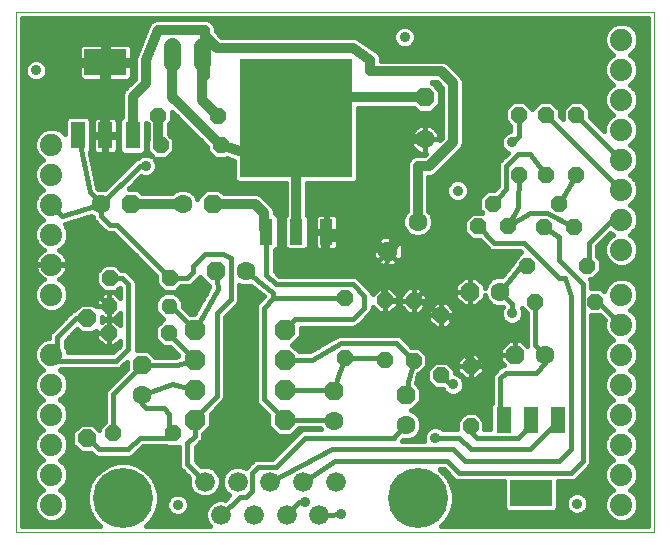
<source format=gbl>
G75*
%MOIN*%
%OFA0B0*%
%FSLAX25Y25*%
%IPPOS*%
%LPD*%
%AMOC8*
5,1,8,0,0,1.08239X$1,22.5*
%
%ADD10C,0.00000*%
%ADD11C,0.01260*%
%ADD12C,0.06300*%
%ADD13OC8,0.06300*%
%ADD14OC8,0.06800*%
%ADD15C,0.07400*%
%ADD16C,0.06600*%
%ADD17C,0.20000*%
%ADD18OC8,0.05200*%
%ADD19C,0.01040*%
%ADD20R,0.04800X0.08800*%
%ADD21R,0.14173X0.08661*%
%ADD22R,0.04200X0.08500*%
%ADD23R,0.37402X0.39370*%
%ADD24C,0.05600*%
%ADD25OC8,0.06000*%
%ADD26C,0.01600*%
%ADD27C,0.03562*%
%ADD28C,0.03200*%
D10*
X0173228Y0070866D02*
X0173228Y0244094D01*
X0385827Y0244094D01*
X0385827Y0070866D01*
X0173228Y0070866D01*
D11*
X0295305Y0164072D02*
X0294675Y0163442D01*
X0294683Y0165530D01*
X0296163Y0167000D01*
X0298251Y0166992D01*
X0299721Y0165512D01*
X0299713Y0163424D01*
X0298233Y0161954D01*
X0296145Y0161962D01*
X0294675Y0163442D01*
X0295622Y0163830D01*
X0295626Y0165135D01*
X0296551Y0166053D01*
X0297856Y0166049D01*
X0298774Y0165124D01*
X0298770Y0163819D01*
X0297845Y0162901D01*
X0296540Y0162905D01*
X0295622Y0163830D01*
X0296568Y0164218D01*
X0296570Y0164740D01*
X0296939Y0165107D01*
X0297461Y0165105D01*
X0297828Y0164736D01*
X0297826Y0164214D01*
X0297457Y0163847D01*
X0296935Y0163849D01*
X0296568Y0164218D01*
D12*
X0307132Y0174342D03*
X0309567Y0201780D03*
X0334567Y0151024D03*
X0349488Y0129921D03*
X0303268Y0106535D03*
X0279173Y0107992D03*
X0249764Y0157874D03*
X0228819Y0180197D03*
X0201732Y0180197D03*
X0215236Y0116378D03*
D13*
X0215236Y0126378D03*
X0239764Y0157874D03*
X0238819Y0180197D03*
X0211732Y0180197D03*
X0279173Y0117992D03*
X0303268Y0116535D03*
X0324567Y0151024D03*
X0339488Y0129921D03*
X0309567Y0215780D03*
D14*
X0262756Y0138307D03*
X0262756Y0128307D03*
X0262756Y0118307D03*
X0262756Y0108307D03*
X0232756Y0108307D03*
X0232756Y0118307D03*
X0232756Y0128307D03*
X0232756Y0138307D03*
D15*
X0185000Y0130000D03*
X0185000Y0120000D03*
X0185000Y0110000D03*
X0185000Y0100000D03*
X0185000Y0090000D03*
X0185000Y0080000D03*
X0185000Y0150000D03*
X0185000Y0160000D03*
X0185000Y0170000D03*
X0185000Y0180000D03*
X0185000Y0190000D03*
X0185000Y0200000D03*
X0375000Y0195000D03*
X0375000Y0205000D03*
X0375000Y0215000D03*
X0375000Y0225000D03*
X0375000Y0235000D03*
X0375000Y0185000D03*
X0375000Y0175000D03*
X0375000Y0165000D03*
X0375000Y0150000D03*
X0375000Y0140000D03*
X0375000Y0130000D03*
X0375000Y0120000D03*
X0375000Y0110000D03*
X0375000Y0100000D03*
X0375000Y0090000D03*
X0375000Y0080000D03*
D16*
X0279843Y0087677D03*
X0268937Y0087677D03*
X0258031Y0087677D03*
X0247126Y0087677D03*
X0236220Y0087677D03*
X0241673Y0076496D03*
X0252579Y0076496D03*
X0263484Y0076496D03*
X0274390Y0076496D03*
D17*
X0307224Y0082087D03*
X0208839Y0082087D03*
D18*
X0205591Y0103701D03*
X0225591Y0103701D03*
X0224252Y0137165D03*
X0224567Y0155512D03*
X0204567Y0155512D03*
X0204252Y0137165D03*
X0221417Y0199803D03*
X0220709Y0209606D03*
X0240709Y0209606D03*
X0241417Y0199803D03*
X0282835Y0148819D03*
X0296220Y0148110D03*
X0305748Y0148031D03*
X0314921Y0143110D03*
X0305748Y0128031D03*
X0296220Y0128110D03*
X0282835Y0128819D03*
X0314921Y0123110D03*
X0324803Y0126142D03*
X0324803Y0106142D03*
X0346299Y0147638D03*
X0343661Y0159685D03*
X0349291Y0172677D03*
X0354291Y0180177D03*
X0359291Y0172677D03*
X0363661Y0159685D03*
X0366299Y0147638D03*
X0337126Y0172717D03*
X0332126Y0180217D03*
X0327126Y0172717D03*
X0340748Y0190000D03*
X0349843Y0190000D03*
X0360000Y0190000D03*
X0360000Y0210000D03*
X0349843Y0210000D03*
X0340748Y0210000D03*
D19*
X0225808Y0145916D02*
X0226328Y0145396D01*
X0225105Y0144182D01*
X0223384Y0144188D01*
X0222170Y0145411D01*
X0222176Y0147132D01*
X0223399Y0148346D01*
X0225120Y0148340D01*
X0226334Y0147117D01*
X0226328Y0145396D01*
X0225550Y0145722D01*
X0224785Y0144963D01*
X0223710Y0144966D01*
X0222951Y0145731D01*
X0222954Y0146806D01*
X0223719Y0147565D01*
X0224794Y0147562D01*
X0225553Y0146797D01*
X0225550Y0145722D01*
X0224771Y0146048D01*
X0224465Y0145744D01*
X0224036Y0145745D01*
X0223732Y0146051D01*
X0223733Y0146480D01*
X0224039Y0146784D01*
X0224468Y0146783D01*
X0224772Y0146477D01*
X0224771Y0146048D01*
X0205808Y0145986D02*
X0206328Y0145466D01*
X0205105Y0144252D01*
X0203384Y0144258D01*
X0202170Y0145481D01*
X0202176Y0147202D01*
X0203399Y0148416D01*
X0205120Y0148410D01*
X0206334Y0147187D01*
X0206328Y0145466D01*
X0205550Y0145792D01*
X0204785Y0145033D01*
X0203710Y0145036D01*
X0202951Y0145801D01*
X0202954Y0146876D01*
X0203719Y0147635D01*
X0204794Y0147632D01*
X0205553Y0146867D01*
X0205550Y0145792D01*
X0204771Y0146118D01*
X0204465Y0145814D01*
X0204036Y0145815D01*
X0203732Y0146121D01*
X0203733Y0146550D01*
X0204039Y0146854D01*
X0204468Y0146853D01*
X0204772Y0146547D01*
X0204771Y0146118D01*
D20*
X0202992Y0203076D03*
X0193892Y0203076D03*
X0212092Y0203076D03*
X0335782Y0108263D03*
X0344882Y0108263D03*
X0353982Y0108263D03*
D21*
X0344882Y0083862D03*
X0202992Y0227476D03*
D22*
X0256693Y0170940D03*
X0266693Y0170940D03*
X0276693Y0170940D03*
D23*
X0266693Y0208740D03*
D24*
X0235315Y0227121D02*
X0235315Y0232721D01*
X0225315Y0232721D02*
X0225315Y0227121D01*
D25*
X0196850Y0142047D03*
X0196850Y0102047D03*
D26*
X0197165Y0102047D01*
X0200787Y0098425D01*
X0210630Y0098425D01*
X0214567Y0102362D01*
X0224252Y0102362D01*
X0225591Y0103701D01*
X0224409Y0104882D01*
X0224409Y0110236D01*
X0222441Y0112205D01*
X0216535Y0112205D01*
X0215236Y0113504D01*
X0215236Y0116378D01*
X0225079Y0120276D01*
X0232756Y0118307D01*
X0240157Y0116142D02*
X0240157Y0143701D01*
X0244882Y0148425D01*
X0244882Y0162205D01*
X0242126Y0163386D01*
X0236220Y0163386D01*
X0232283Y0159449D01*
X0232283Y0157480D01*
X0230315Y0155512D01*
X0224567Y0155512D01*
X0206850Y0173228D01*
X0204724Y0173228D01*
X0201732Y0176220D01*
X0201732Y0180197D01*
X0214449Y0192913D01*
X0216535Y0192913D01*
X0219165Y0190223D02*
X0246011Y0190223D01*
X0246011Y0191821D02*
X0220155Y0191821D01*
X0220298Y0192165D02*
X0220298Y0193662D01*
X0219725Y0195045D01*
X0219547Y0195222D01*
X0223315Y0195222D01*
X0225998Y0197906D01*
X0225998Y0201701D01*
X0224290Y0203409D01*
X0224290Y0206709D01*
X0225290Y0207709D01*
X0225290Y0210866D01*
X0236836Y0199320D01*
X0236836Y0197906D01*
X0239520Y0195222D01*
X0243315Y0195222D01*
X0243483Y0195390D01*
X0246011Y0194588D01*
X0246011Y0188235D01*
X0247172Y0187074D01*
X0263112Y0187074D01*
X0263112Y0176511D01*
X0262612Y0176011D01*
X0262612Y0165870D01*
X0263772Y0164709D01*
X0269614Y0164709D01*
X0270774Y0165870D01*
X0270774Y0176011D01*
X0270274Y0176511D01*
X0270274Y0187074D01*
X0286214Y0187074D01*
X0287375Y0188235D01*
X0287375Y0212198D01*
X0305892Y0212198D01*
X0307442Y0210648D01*
X0311692Y0210648D01*
X0314698Y0213654D01*
X0314698Y0217905D01*
X0311775Y0220828D01*
X0313477Y0220828D01*
X0315317Y0218989D01*
X0315317Y0202271D01*
X0314517Y0201471D01*
X0314517Y0201779D01*
X0309567Y0201779D01*
X0309567Y0196830D01*
X0309875Y0196830D01*
X0309540Y0196494D01*
X0306374Y0196494D01*
X0305058Y0195949D01*
X0304051Y0194942D01*
X0303506Y0193626D01*
X0303506Y0192201D01*
X0303551Y0192091D01*
X0303551Y0178017D01*
X0302782Y0177248D01*
X0302001Y0175363D01*
X0302001Y0173321D01*
X0302782Y0171435D01*
X0304226Y0169992D01*
X0306112Y0169211D01*
X0308153Y0169211D01*
X0310039Y0169992D01*
X0311482Y0171435D01*
X0312263Y0173321D01*
X0312263Y0175363D01*
X0311482Y0177248D01*
X0310713Y0178017D01*
X0310713Y0189332D01*
X0311736Y0189332D01*
X0313052Y0189877D01*
X0320926Y0197751D01*
X0321934Y0198759D01*
X0322479Y0200075D01*
X0322479Y0221185D01*
X0321934Y0222501D01*
X0320926Y0223508D01*
X0317997Y0226438D01*
X0316989Y0227445D01*
X0315673Y0227991D01*
X0294920Y0227991D01*
X0294920Y0227996D01*
X0294990Y0228350D01*
X0294920Y0228701D01*
X0294920Y0229059D01*
X0294781Y0229393D01*
X0294710Y0229747D01*
X0294511Y0230044D01*
X0294374Y0230375D01*
X0294119Y0230631D01*
X0293918Y0230931D01*
X0293620Y0231129D01*
X0293367Y0231382D01*
X0293033Y0231521D01*
X0287715Y0235066D01*
X0287462Y0235319D01*
X0287128Y0235458D01*
X0286827Y0235658D01*
X0286476Y0235728D01*
X0286145Y0235865D01*
X0285784Y0235865D01*
X0285429Y0235935D01*
X0285078Y0235865D01*
X0241641Y0235865D01*
X0239802Y0237704D01*
X0239802Y0238901D01*
X0239256Y0240217D01*
X0238249Y0241225D01*
X0236933Y0241770D01*
X0221162Y0241770D01*
X0221141Y0241778D01*
X0220451Y0241770D01*
X0219760Y0241770D01*
X0219739Y0241761D01*
X0219716Y0241761D01*
X0219082Y0241489D01*
X0218444Y0241225D01*
X0218428Y0241209D01*
X0218407Y0241200D01*
X0217924Y0240705D01*
X0217437Y0240217D01*
X0217428Y0240197D01*
X0217412Y0240180D01*
X0217156Y0239539D01*
X0216891Y0238901D01*
X0216891Y0238879D01*
X0213219Y0229697D01*
X0212954Y0229059D01*
X0212954Y0229036D01*
X0212946Y0229015D01*
X0212954Y0228325D01*
X0212954Y0221956D01*
X0209056Y0218058D01*
X0208511Y0216741D01*
X0208511Y0209096D01*
X0207711Y0208296D01*
X0207711Y0197855D01*
X0208872Y0196694D01*
X0215313Y0196694D01*
X0216473Y0197855D01*
X0216473Y0207363D01*
X0217128Y0206709D01*
X0217128Y0201992D01*
X0216836Y0201701D01*
X0216836Y0197906D01*
X0218620Y0196122D01*
X0217284Y0196676D01*
X0215787Y0196676D01*
X0214404Y0196103D01*
X0213996Y0195694D01*
X0213896Y0195694D01*
X0212873Y0195271D01*
X0202878Y0185276D01*
X0202753Y0185328D01*
X0200712Y0185328D01*
X0200586Y0185276D01*
X0200383Y0185479D01*
X0197894Y0197476D01*
X0198273Y0197855D01*
X0198273Y0208296D01*
X0197113Y0209457D01*
X0190672Y0209457D01*
X0189511Y0208296D01*
X0189511Y0203523D01*
X0188218Y0204816D01*
X0186130Y0205681D01*
X0183870Y0205681D01*
X0181782Y0204816D01*
X0180184Y0203218D01*
X0179319Y0201130D01*
X0179319Y0198870D01*
X0180184Y0196782D01*
X0181782Y0195184D01*
X0182226Y0195000D01*
X0181782Y0194816D01*
X0180184Y0193218D01*
X0179319Y0191130D01*
X0179319Y0188870D01*
X0180184Y0186782D01*
X0181782Y0185184D01*
X0182226Y0185000D01*
X0181782Y0184816D01*
X0180184Y0183218D01*
X0179319Y0181130D01*
X0179319Y0178870D01*
X0180184Y0176782D01*
X0181782Y0175184D01*
X0182226Y0175000D01*
X0181782Y0174816D01*
X0180184Y0173218D01*
X0179319Y0171130D01*
X0179319Y0168870D01*
X0180184Y0166782D01*
X0181782Y0165184D01*
X0182486Y0164892D01*
X0182117Y0164704D01*
X0181417Y0164195D01*
X0180805Y0163583D01*
X0180296Y0162883D01*
X0179903Y0162111D01*
X0179635Y0161288D01*
X0179500Y0160433D01*
X0179500Y0160200D01*
X0184800Y0160200D01*
X0184800Y0159800D01*
X0179500Y0159800D01*
X0179500Y0159567D01*
X0179635Y0158712D01*
X0179903Y0157889D01*
X0180296Y0157117D01*
X0180805Y0156417D01*
X0181417Y0155805D01*
X0182117Y0155296D01*
X0182486Y0155108D01*
X0181782Y0154816D01*
X0180184Y0153218D01*
X0179319Y0151130D01*
X0179319Y0148870D01*
X0180184Y0146782D01*
X0181782Y0145184D01*
X0183870Y0144319D01*
X0186130Y0144319D01*
X0188218Y0145184D01*
X0189816Y0146782D01*
X0190681Y0148870D01*
X0190681Y0151130D01*
X0189816Y0153218D01*
X0188218Y0154816D01*
X0187514Y0155108D01*
X0187883Y0155296D01*
X0188583Y0155805D01*
X0189195Y0156417D01*
X0189704Y0157117D01*
X0190097Y0157889D01*
X0190365Y0158712D01*
X0190500Y0159567D01*
X0190500Y0159800D01*
X0185200Y0159800D01*
X0185200Y0160200D01*
X0190500Y0160200D01*
X0190500Y0160433D01*
X0190365Y0161288D01*
X0190097Y0162111D01*
X0189704Y0162883D01*
X0189195Y0163583D01*
X0188583Y0164195D01*
X0187883Y0164704D01*
X0187514Y0164892D01*
X0188218Y0165184D01*
X0189816Y0166782D01*
X0190681Y0168870D01*
X0190681Y0171130D01*
X0189816Y0173218D01*
X0189479Y0173556D01*
X0189678Y0173638D01*
X0198394Y0176279D01*
X0198826Y0175847D01*
X0198951Y0175795D01*
X0198951Y0175667D01*
X0199375Y0174645D01*
X0202367Y0171653D01*
X0203149Y0170871D01*
X0204171Y0170447D01*
X0205698Y0170447D01*
X0219986Y0156160D01*
X0219986Y0153614D01*
X0222669Y0150931D01*
X0226464Y0150931D01*
X0228264Y0152731D01*
X0230868Y0152731D01*
X0231890Y0153154D01*
X0232673Y0153936D01*
X0234633Y0155896D01*
X0234633Y0155749D01*
X0237638Y0152743D01*
X0237705Y0152743D01*
X0237738Y0152521D01*
X0232647Y0143688D01*
X0231308Y0143688D01*
X0229002Y0145994D01*
X0228917Y0146145D01*
X0228833Y0146211D01*
X0228840Y0148146D01*
X0226165Y0150839D01*
X0222370Y0150852D01*
X0219677Y0148178D01*
X0219664Y0144383D01*
X0222318Y0141710D01*
X0219671Y0139063D01*
X0219671Y0135268D01*
X0222354Y0132584D01*
X0224546Y0132584D01*
X0227375Y0129755D01*
X0227375Y0129465D01*
X0226444Y0129159D01*
X0219712Y0129159D01*
X0217362Y0131509D01*
X0213411Y0131509D01*
X0213411Y0154097D01*
X0212988Y0155119D01*
X0212205Y0155901D01*
X0210237Y0157870D01*
X0209215Y0158293D01*
X0208264Y0158293D01*
X0206464Y0160093D01*
X0202669Y0160093D01*
X0199986Y0157409D01*
X0199986Y0153614D01*
X0202669Y0150931D01*
X0206464Y0150931D01*
X0207849Y0152315D01*
X0207849Y0148956D01*
X0206090Y0150728D01*
X0204267Y0150734D01*
X0202445Y0150740D01*
X0199858Y0148172D01*
X0199852Y0146350D01*
X0204252Y0146334D01*
X0204237Y0141934D01*
X0206059Y0141928D01*
X0207849Y0143705D01*
X0207849Y0139791D01*
X0206074Y0141565D01*
X0204252Y0141565D01*
X0204252Y0137165D01*
X0204252Y0132765D01*
X0206074Y0132765D01*
X0207849Y0134540D01*
X0207849Y0133042D01*
X0205541Y0130734D01*
X0190681Y0130734D01*
X0190681Y0131130D01*
X0189816Y0133218D01*
X0189789Y0133245D01*
X0189789Y0134675D01*
X0193484Y0138370D01*
X0194787Y0137066D01*
X0198914Y0137066D01*
X0199852Y0138004D01*
X0199852Y0137165D01*
X0199852Y0135343D01*
X0202429Y0132765D01*
X0204252Y0132765D01*
X0204252Y0137165D01*
X0204252Y0137165D01*
X0199852Y0137165D01*
X0204252Y0137165D01*
X0204252Y0137165D01*
X0204252Y0135197D01*
X0204252Y0146334D01*
X0204252Y0146334D01*
X0204237Y0141934D01*
X0202414Y0141941D01*
X0201831Y0142527D01*
X0201831Y0140967D01*
X0202429Y0141565D01*
X0204252Y0141565D01*
X0204252Y0137165D01*
X0204252Y0137165D01*
X0204252Y0137472D02*
X0204252Y0137472D01*
X0204252Y0139070D02*
X0204252Y0139070D01*
X0204252Y0140669D02*
X0204252Y0140669D01*
X0204238Y0142268D02*
X0204238Y0142268D01*
X0204243Y0143866D02*
X0204243Y0143866D01*
X0204249Y0145465D02*
X0204249Y0145465D01*
X0204252Y0146334D02*
X0199852Y0146349D01*
X0199851Y0146091D01*
X0198914Y0147028D01*
X0194787Y0147028D01*
X0192525Y0144766D01*
X0191653Y0144405D01*
X0185433Y0138184D01*
X0184650Y0137402D01*
X0184227Y0136380D01*
X0184227Y0135681D01*
X0183870Y0135681D01*
X0181782Y0134816D01*
X0180184Y0133218D01*
X0179319Y0131130D01*
X0179319Y0128870D01*
X0180184Y0126782D01*
X0181782Y0125184D01*
X0182226Y0125000D01*
X0181782Y0124816D01*
X0180184Y0123218D01*
X0179319Y0121130D01*
X0179319Y0118870D01*
X0180184Y0116782D01*
X0181782Y0115184D01*
X0182226Y0115000D01*
X0181782Y0114816D01*
X0180184Y0113218D01*
X0179319Y0111130D01*
X0179319Y0108870D01*
X0180184Y0106782D01*
X0181782Y0105184D01*
X0182226Y0105000D01*
X0181782Y0104816D01*
X0180184Y0103218D01*
X0179319Y0101130D01*
X0179319Y0098870D01*
X0180184Y0096782D01*
X0181782Y0095184D01*
X0182226Y0095000D01*
X0181782Y0094816D01*
X0180184Y0093218D01*
X0179319Y0091130D01*
X0179319Y0088870D01*
X0180184Y0086782D01*
X0181782Y0085184D01*
X0182226Y0085000D01*
X0181782Y0084816D01*
X0180184Y0083218D01*
X0179319Y0081130D01*
X0179319Y0078870D01*
X0180184Y0076782D01*
X0181782Y0075184D01*
X0183870Y0074319D01*
X0186130Y0074319D01*
X0188218Y0075184D01*
X0189816Y0076782D01*
X0190681Y0078870D01*
X0190681Y0081130D01*
X0189816Y0083218D01*
X0188218Y0084816D01*
X0187774Y0085000D01*
X0188218Y0085184D01*
X0189816Y0086782D01*
X0190681Y0088870D01*
X0190681Y0091130D01*
X0189816Y0093218D01*
X0188218Y0094816D01*
X0187774Y0095000D01*
X0188218Y0095184D01*
X0189816Y0096782D01*
X0190681Y0098870D01*
X0190681Y0101130D01*
X0189816Y0103218D01*
X0188218Y0104816D01*
X0187774Y0105000D01*
X0188218Y0105184D01*
X0189816Y0106782D01*
X0190681Y0108870D01*
X0190681Y0111130D01*
X0189816Y0113218D01*
X0188218Y0114816D01*
X0187774Y0115000D01*
X0188218Y0115184D01*
X0189816Y0116782D01*
X0190681Y0118870D01*
X0190681Y0121130D01*
X0189816Y0123218D01*
X0188218Y0124816D01*
X0187774Y0125000D01*
X0188189Y0125172D01*
X0207246Y0125172D01*
X0208268Y0125595D01*
X0209051Y0126377D01*
X0210105Y0127432D01*
X0210105Y0125180D01*
X0203233Y0118308D01*
X0202809Y0117285D01*
X0202809Y0107398D01*
X0201009Y0105598D01*
X0201009Y0104932D01*
X0198914Y0107028D01*
X0194787Y0107028D01*
X0191869Y0104110D01*
X0191869Y0099984D01*
X0194787Y0097066D01*
X0198213Y0097066D01*
X0198430Y0096850D01*
X0199212Y0096067D01*
X0200234Y0095644D01*
X0211183Y0095644D01*
X0212205Y0096067D01*
X0215719Y0099581D01*
X0223232Y0099581D01*
X0223693Y0099120D01*
X0227488Y0099120D01*
X0227534Y0099165D01*
X0227534Y0093029D01*
X0227957Y0092007D01*
X0231027Y0088938D01*
X0230939Y0088728D01*
X0230939Y0086627D01*
X0231743Y0084686D01*
X0233229Y0083200D01*
X0235170Y0082396D01*
X0237271Y0082396D01*
X0239212Y0083200D01*
X0240698Y0084686D01*
X0241502Y0086627D01*
X0241502Y0088728D01*
X0240698Y0090669D01*
X0239212Y0092154D01*
X0237271Y0092958D01*
X0235170Y0092958D01*
X0234960Y0092871D01*
X0233096Y0094735D01*
X0233096Y0099242D01*
X0235114Y0101259D01*
X0235537Y0102281D01*
X0235537Y0103478D01*
X0238137Y0106078D01*
X0238137Y0110188D01*
X0241733Y0113784D01*
X0242515Y0114566D01*
X0242939Y0115589D01*
X0242939Y0142549D01*
X0247240Y0146850D01*
X0247663Y0147872D01*
X0247663Y0153190D01*
X0248743Y0152743D01*
X0250784Y0152743D01*
X0251438Y0153014D01*
X0255844Y0149541D01*
X0253548Y0147245D01*
X0253124Y0146222D01*
X0253124Y0114604D01*
X0253548Y0113582D01*
X0254330Y0112800D01*
X0257375Y0109755D01*
X0257375Y0106078D01*
X0260527Y0102926D01*
X0264985Y0102926D01*
X0267585Y0105526D01*
X0274641Y0105526D01*
X0274799Y0105143D01*
X0269132Y0105143D01*
X0268110Y0104720D01*
X0267327Y0103938D01*
X0258691Y0095301D01*
X0253384Y0095301D01*
X0252362Y0094877D01*
X0251579Y0094095D01*
X0249779Y0092295D01*
X0248176Y0092958D01*
X0246075Y0092958D01*
X0244134Y0092154D01*
X0242649Y0090669D01*
X0241845Y0088728D01*
X0241845Y0086627D01*
X0242649Y0084686D01*
X0244134Y0083200D01*
X0244353Y0083109D01*
X0242934Y0081690D01*
X0242724Y0081777D01*
X0240623Y0081777D01*
X0238682Y0080973D01*
X0237196Y0079488D01*
X0236392Y0077547D01*
X0236392Y0075446D01*
X0237196Y0073505D01*
X0237853Y0072847D01*
X0216543Y0072847D01*
X0218426Y0074730D01*
X0220003Y0077462D01*
X0220820Y0080509D01*
X0220820Y0083664D01*
X0220003Y0086711D01*
X0218426Y0089443D01*
X0216195Y0091674D01*
X0213463Y0093251D01*
X0210416Y0094068D01*
X0207261Y0094068D01*
X0204214Y0093251D01*
X0201482Y0091674D01*
X0199251Y0089443D01*
X0197674Y0086711D01*
X0196857Y0083664D01*
X0196857Y0080509D01*
X0197674Y0077462D01*
X0199251Y0074730D01*
X0201134Y0072847D01*
X0175209Y0072847D01*
X0175209Y0242113D01*
X0383846Y0242113D01*
X0383846Y0072847D01*
X0314929Y0072847D01*
X0316812Y0074730D01*
X0318389Y0077462D01*
X0319205Y0080509D01*
X0319205Y0083664D01*
X0318389Y0086711D01*
X0316812Y0089443D01*
X0314581Y0091674D01*
X0314523Y0091707D01*
X0315777Y0091707D01*
X0318508Y0088976D01*
X0319291Y0088193D01*
X0320313Y0087770D01*
X0335814Y0087770D01*
X0335814Y0078711D01*
X0336975Y0077550D01*
X0352789Y0077550D01*
X0353950Y0078711D01*
X0353950Y0087770D01*
X0358821Y0087770D01*
X0359843Y0088193D01*
X0364562Y0092913D01*
X0364986Y0093935D01*
X0364986Y0143057D01*
X0368010Y0143057D01*
X0369500Y0141567D01*
X0369319Y0141130D01*
X0369319Y0138870D01*
X0370184Y0136782D01*
X0371782Y0135184D01*
X0372226Y0135000D01*
X0371782Y0134816D01*
X0370184Y0133218D01*
X0369319Y0131130D01*
X0369319Y0128870D01*
X0370184Y0126782D01*
X0371782Y0125184D01*
X0372226Y0125000D01*
X0371782Y0124816D01*
X0370184Y0123218D01*
X0369319Y0121130D01*
X0369319Y0118870D01*
X0370184Y0116782D01*
X0371782Y0115184D01*
X0372226Y0115000D01*
X0371782Y0114816D01*
X0370184Y0113218D01*
X0369319Y0111130D01*
X0369319Y0108870D01*
X0370184Y0106782D01*
X0371782Y0105184D01*
X0372226Y0105000D01*
X0371782Y0104816D01*
X0370184Y0103218D01*
X0369319Y0101130D01*
X0369319Y0098870D01*
X0370184Y0096782D01*
X0371782Y0095184D01*
X0372226Y0095000D01*
X0371782Y0094816D01*
X0370184Y0093218D01*
X0369319Y0091130D01*
X0369319Y0088870D01*
X0370184Y0086782D01*
X0371782Y0085184D01*
X0372226Y0085000D01*
X0371782Y0084816D01*
X0370184Y0083218D01*
X0369319Y0081130D01*
X0369319Y0078870D01*
X0370184Y0076782D01*
X0371782Y0075184D01*
X0373870Y0074319D01*
X0376130Y0074319D01*
X0378218Y0075184D01*
X0379816Y0076782D01*
X0380681Y0078870D01*
X0380681Y0081130D01*
X0379816Y0083218D01*
X0378218Y0084816D01*
X0377774Y0085000D01*
X0378218Y0085184D01*
X0379816Y0086782D01*
X0380681Y0088870D01*
X0380681Y0091130D01*
X0379816Y0093218D01*
X0378218Y0094816D01*
X0377774Y0095000D01*
X0378218Y0095184D01*
X0379816Y0096782D01*
X0380681Y0098870D01*
X0380681Y0101130D01*
X0379816Y0103218D01*
X0378218Y0104816D01*
X0377774Y0105000D01*
X0378218Y0105184D01*
X0379816Y0106782D01*
X0380681Y0108870D01*
X0380681Y0111130D01*
X0379816Y0113218D01*
X0378218Y0114816D01*
X0377774Y0115000D01*
X0378218Y0115184D01*
X0379816Y0116782D01*
X0380681Y0118870D01*
X0380681Y0121130D01*
X0379816Y0123218D01*
X0378218Y0124816D01*
X0377774Y0125000D01*
X0378218Y0125184D01*
X0379816Y0126782D01*
X0380681Y0128870D01*
X0380681Y0131130D01*
X0379816Y0133218D01*
X0378218Y0134816D01*
X0377774Y0135000D01*
X0378218Y0135184D01*
X0379816Y0136782D01*
X0380681Y0138870D01*
X0380681Y0141130D01*
X0379816Y0143218D01*
X0378218Y0144816D01*
X0377774Y0145000D01*
X0378218Y0145184D01*
X0379816Y0146782D01*
X0380681Y0148870D01*
X0380681Y0151130D01*
X0379816Y0153218D01*
X0378218Y0154816D01*
X0376130Y0155681D01*
X0373870Y0155681D01*
X0371782Y0154816D01*
X0370184Y0153218D01*
X0369319Y0151130D01*
X0369319Y0151097D01*
X0368197Y0152219D01*
X0364986Y0152219D01*
X0364986Y0154097D01*
X0364569Y0155104D01*
X0365559Y0155104D01*
X0368243Y0157787D01*
X0368243Y0161583D01*
X0366954Y0162871D01*
X0366954Y0166171D01*
X0371375Y0170591D01*
X0371782Y0170184D01*
X0372226Y0170000D01*
X0371782Y0169816D01*
X0370184Y0168218D01*
X0369319Y0166130D01*
X0369319Y0163870D01*
X0370184Y0161782D01*
X0371782Y0160184D01*
X0373870Y0159319D01*
X0376130Y0159319D01*
X0378218Y0160184D01*
X0379816Y0161782D01*
X0380681Y0163870D01*
X0380681Y0166130D01*
X0379816Y0168218D01*
X0378218Y0169816D01*
X0377774Y0170000D01*
X0378218Y0170184D01*
X0379816Y0171782D01*
X0380681Y0173870D01*
X0380681Y0176130D01*
X0379816Y0178218D01*
X0378218Y0179816D01*
X0377774Y0180000D01*
X0378218Y0180184D01*
X0379816Y0181782D01*
X0380681Y0183870D01*
X0380681Y0186130D01*
X0379816Y0188218D01*
X0378218Y0189816D01*
X0377774Y0190000D01*
X0378218Y0190184D01*
X0379816Y0191782D01*
X0380681Y0193870D01*
X0380681Y0196130D01*
X0379816Y0198218D01*
X0378218Y0199816D01*
X0377774Y0200000D01*
X0378218Y0200184D01*
X0379816Y0201782D01*
X0380681Y0203870D01*
X0380681Y0206130D01*
X0379816Y0208218D01*
X0378218Y0209816D01*
X0377774Y0210000D01*
X0378218Y0210184D01*
X0379816Y0211782D01*
X0380681Y0213870D01*
X0380681Y0216130D01*
X0379816Y0218218D01*
X0378218Y0219816D01*
X0377774Y0220000D01*
X0378218Y0220184D01*
X0379816Y0221782D01*
X0380681Y0223870D01*
X0380681Y0226130D01*
X0379816Y0228218D01*
X0378218Y0229816D01*
X0377774Y0230000D01*
X0378218Y0230184D01*
X0379816Y0231782D01*
X0380681Y0233870D01*
X0380681Y0236130D01*
X0379816Y0238218D01*
X0378218Y0239816D01*
X0376130Y0240681D01*
X0373870Y0240681D01*
X0371782Y0239816D01*
X0370184Y0238218D01*
X0369319Y0236130D01*
X0369319Y0233870D01*
X0370184Y0231782D01*
X0371782Y0230184D01*
X0372226Y0230000D01*
X0371782Y0229816D01*
X0370184Y0228218D01*
X0369319Y0226130D01*
X0369319Y0223870D01*
X0370184Y0221782D01*
X0371782Y0220184D01*
X0372226Y0220000D01*
X0371782Y0219816D01*
X0370184Y0218218D01*
X0369319Y0216130D01*
X0369319Y0213870D01*
X0370184Y0211782D01*
X0371782Y0210184D01*
X0372226Y0210000D01*
X0371782Y0209816D01*
X0370184Y0208218D01*
X0369319Y0206130D01*
X0369319Y0204614D01*
X0364581Y0209352D01*
X0364581Y0211898D01*
X0361898Y0214581D01*
X0358102Y0214581D01*
X0355419Y0211898D01*
X0355419Y0208514D01*
X0354424Y0209509D01*
X0354424Y0211898D01*
X0351740Y0214581D01*
X0347945Y0214581D01*
X0345295Y0211931D01*
X0342646Y0214581D01*
X0338850Y0214581D01*
X0336167Y0211898D01*
X0336167Y0208102D01*
X0337967Y0206302D01*
X0337967Y0204550D01*
X0337834Y0204550D01*
X0336452Y0203977D01*
X0335393Y0202919D01*
X0334820Y0201536D01*
X0334820Y0200039D01*
X0335393Y0198656D01*
X0336452Y0197598D01*
X0337098Y0197330D01*
X0335039Y0195271D01*
X0334256Y0194489D01*
X0333833Y0193467D01*
X0333833Y0186133D01*
X0332590Y0184798D01*
X0330228Y0184798D01*
X0327545Y0182114D01*
X0327545Y0178319D01*
X0328566Y0177298D01*
X0325228Y0177298D01*
X0322545Y0174614D01*
X0322545Y0170819D01*
X0325228Y0168135D01*
X0327774Y0168135D01*
X0330162Y0165747D01*
X0330944Y0164965D01*
X0331966Y0164542D01*
X0341368Y0164542D01*
X0341704Y0164206D01*
X0339080Y0161583D01*
X0339080Y0161076D01*
X0335124Y0156155D01*
X0333546Y0156155D01*
X0331660Y0155374D01*
X0330217Y0153930D01*
X0329517Y0152240D01*
X0329517Y0153074D01*
X0326617Y0155974D01*
X0324567Y0155974D01*
X0324567Y0151024D01*
X0324567Y0151024D01*
X0324567Y0155974D01*
X0322517Y0155974D01*
X0319617Y0153074D01*
X0319617Y0151024D01*
X0324567Y0151024D01*
X0324567Y0151024D01*
X0308819Y0151102D01*
X0305748Y0148031D01*
X0305748Y0143631D01*
X0305748Y0148031D01*
X0305748Y0148031D01*
X0301348Y0148031D01*
X0301348Y0146209D01*
X0303925Y0143631D01*
X0305748Y0143631D01*
X0307571Y0143631D01*
X0310148Y0146209D01*
X0310148Y0148031D01*
X0305748Y0148031D01*
X0305748Y0148032D01*
X0305748Y0152431D01*
X0303925Y0152431D01*
X0301348Y0149854D01*
X0301348Y0148032D01*
X0305748Y0148032D01*
X0305748Y0148032D01*
X0305748Y0152431D01*
X0307571Y0152431D01*
X0310148Y0149854D01*
X0310148Y0148032D01*
X0305748Y0148032D01*
X0305748Y0148031D01*
X0308031Y0148031D01*
X0314921Y0143110D01*
X0310521Y0143110D01*
X0310521Y0141288D01*
X0313099Y0138710D01*
X0314921Y0138710D01*
X0314921Y0143110D01*
X0314921Y0143110D01*
X0314921Y0143110D01*
X0310521Y0143110D01*
X0310521Y0144933D01*
X0313099Y0147510D01*
X0314921Y0147510D01*
X0314921Y0143110D01*
X0314921Y0138710D01*
X0316744Y0138710D01*
X0319321Y0141288D01*
X0319321Y0143110D01*
X0314921Y0143110D01*
X0317677Y0143110D01*
X0324803Y0126142D01*
X0324803Y0130542D01*
X0322981Y0130542D01*
X0320403Y0127964D01*
X0320403Y0126142D01*
X0324803Y0126142D01*
X0324803Y0126142D01*
X0324803Y0126142D01*
X0324803Y0130542D01*
X0326626Y0130542D01*
X0329203Y0127964D01*
X0329203Y0126142D01*
X0324803Y0126142D01*
X0330866Y0129921D01*
X0339488Y0129921D01*
X0334538Y0129921D01*
X0334538Y0127871D01*
X0335744Y0126665D01*
X0335039Y0126373D01*
X0333070Y0124405D01*
X0332288Y0123623D01*
X0331865Y0122600D01*
X0331865Y0113947D01*
X0331401Y0113484D01*
X0331401Y0105143D01*
X0329384Y0105143D01*
X0329384Y0108039D01*
X0326701Y0110723D01*
X0322906Y0110723D01*
X0320222Y0108039D01*
X0320222Y0105143D01*
X0315532Y0105143D01*
X0315123Y0105552D01*
X0313740Y0106124D01*
X0312244Y0106124D01*
X0310861Y0105552D01*
X0309803Y0104493D01*
X0309230Y0103111D01*
X0309230Y0101614D01*
X0309399Y0101206D01*
X0301970Y0101206D01*
X0302187Y0101429D01*
X0302247Y0101404D01*
X0304288Y0101404D01*
X0306174Y0102185D01*
X0307618Y0103629D01*
X0308399Y0105515D01*
X0308399Y0107556D01*
X0307618Y0109442D01*
X0306174Y0110885D01*
X0304921Y0111404D01*
X0305393Y0111404D01*
X0308399Y0114410D01*
X0308399Y0118661D01*
X0306538Y0120522D01*
X0307356Y0123450D01*
X0307646Y0123450D01*
X0310329Y0126134D01*
X0310329Y0129929D01*
X0307646Y0132613D01*
X0305100Y0132613D01*
X0301497Y0136216D01*
X0300474Y0136639D01*
X0281854Y0136639D01*
X0281665Y0136689D01*
X0281306Y0136639D01*
X0280943Y0136639D01*
X0280763Y0136565D01*
X0280569Y0136538D01*
X0280256Y0136355D01*
X0279921Y0136216D01*
X0279783Y0136078D01*
X0271254Y0131088D01*
X0267585Y0131088D01*
X0265366Y0133307D01*
X0268137Y0136078D01*
X0268137Y0138951D01*
X0285986Y0138951D01*
X0287008Y0139375D01*
X0287791Y0140157D01*
X0291728Y0144094D01*
X0292151Y0145116D01*
X0292151Y0145957D01*
X0294398Y0143710D01*
X0296220Y0143710D01*
X0296220Y0148110D01*
X0296221Y0148110D01*
X0296221Y0148110D01*
X0300620Y0148110D01*
X0300620Y0146288D01*
X0298043Y0143710D01*
X0296221Y0143710D01*
X0296221Y0148110D01*
X0300620Y0148110D01*
X0300620Y0149933D01*
X0298043Y0152510D01*
X0296221Y0152510D01*
X0296221Y0148110D01*
X0296220Y0148110D02*
X0295165Y0149165D01*
X0297198Y0164477D01*
X0297198Y0164477D01*
X0293686Y0160989D01*
X0295131Y0159534D01*
X0299231Y0159520D01*
X0300686Y0160965D01*
X0302141Y0162409D01*
X0302155Y0166510D01*
X0300711Y0167965D01*
X0297198Y0164477D01*
X0293710Y0167989D01*
X0292256Y0166545D01*
X0292241Y0162444D01*
X0293686Y0160989D01*
X0297198Y0164477D01*
X0297198Y0164477D01*
X0293710Y0167989D01*
X0295165Y0169434D01*
X0299266Y0169420D01*
X0300711Y0167965D01*
X0297198Y0164477D01*
X0297198Y0164477D01*
X0297198Y0164477D01*
X0300686Y0160965D01*
X0297198Y0164477D01*
X0297030Y0164647D02*
X0297030Y0164647D01*
X0297369Y0164647D02*
X0297369Y0164647D01*
X0298617Y0163048D02*
X0298617Y0163048D01*
X0300205Y0161450D02*
X0300205Y0161450D01*
X0301175Y0161450D02*
X0339080Y0161450D01*
X0338096Y0159851D02*
X0299565Y0159851D01*
X0302143Y0163048D02*
X0340546Y0163048D01*
X0342480Y0160866D02*
X0334567Y0151024D01*
X0338583Y0147008D01*
X0338583Y0143701D01*
X0335104Y0142268D02*
X0319321Y0142268D01*
X0319321Y0143110D02*
X0319321Y0144933D01*
X0316744Y0147510D01*
X0314921Y0147510D01*
X0314921Y0143110D01*
X0314921Y0143110D01*
X0314921Y0143110D01*
X0319321Y0143110D01*
X0319321Y0143866D02*
X0334820Y0143866D01*
X0334820Y0144449D02*
X0334820Y0142952D01*
X0335393Y0141570D01*
X0336452Y0140511D01*
X0337834Y0139939D01*
X0339331Y0139939D01*
X0340714Y0140511D01*
X0341772Y0141570D01*
X0342345Y0142952D01*
X0342345Y0144449D01*
X0341875Y0145583D01*
X0343518Y0143940D01*
X0343518Y0132892D01*
X0341539Y0134871D01*
X0339488Y0134871D01*
X0337438Y0134871D01*
X0334538Y0131972D01*
X0334538Y0129921D01*
X0339488Y0129921D01*
X0339488Y0129921D01*
X0339488Y0134871D01*
X0339488Y0129921D01*
X0339488Y0129921D01*
X0339488Y0131078D02*
X0339488Y0131078D01*
X0339488Y0132676D02*
X0339488Y0132676D01*
X0339488Y0134275D02*
X0339488Y0134275D01*
X0342135Y0134275D02*
X0343518Y0134275D01*
X0343518Y0135873D02*
X0301839Y0135873D01*
X0303438Y0134275D02*
X0336842Y0134275D01*
X0335243Y0132676D02*
X0305036Y0132676D01*
X0309180Y0131078D02*
X0334538Y0131078D01*
X0334538Y0129479D02*
X0327688Y0129479D01*
X0329203Y0127881D02*
X0334538Y0127881D01*
X0334948Y0126282D02*
X0329203Y0126282D01*
X0329203Y0126142D02*
X0324803Y0126142D01*
X0320403Y0126142D01*
X0320403Y0124319D01*
X0322981Y0121742D01*
X0324803Y0121742D01*
X0324803Y0126142D01*
X0324803Y0126142D01*
X0324803Y0126142D01*
X0324803Y0121742D01*
X0326626Y0121742D01*
X0329203Y0124319D01*
X0329203Y0126142D01*
X0329203Y0124684D02*
X0333349Y0124684D01*
X0333070Y0124405D02*
X0333070Y0124405D01*
X0332065Y0123085D02*
X0327969Y0123085D01*
X0324803Y0123085D02*
X0324803Y0123085D01*
X0324803Y0124684D02*
X0324803Y0124684D01*
X0324803Y0126282D02*
X0324803Y0126282D01*
X0324803Y0127881D02*
X0324803Y0127881D01*
X0324803Y0129479D02*
X0324803Y0129479D01*
X0321918Y0129479D02*
X0310329Y0129479D01*
X0310329Y0127881D02*
X0320403Y0127881D01*
X0320403Y0126282D02*
X0318228Y0126282D01*
X0319502Y0125008D02*
X0319502Y0123841D01*
X0319646Y0123841D01*
X0321029Y0123268D01*
X0322087Y0122210D01*
X0322660Y0120827D01*
X0322660Y0119330D01*
X0322087Y0117948D01*
X0321029Y0116889D01*
X0319646Y0116317D01*
X0318149Y0116317D01*
X0316767Y0116889D01*
X0315708Y0117948D01*
X0315467Y0118529D01*
X0313024Y0118529D01*
X0310340Y0121213D01*
X0310340Y0125008D01*
X0313024Y0127691D01*
X0316819Y0127691D01*
X0319502Y0125008D01*
X0319502Y0124684D02*
X0320403Y0124684D01*
X0321212Y0123085D02*
X0321637Y0123085D01*
X0322387Y0121487D02*
X0331865Y0121487D01*
X0331865Y0119888D02*
X0322660Y0119888D01*
X0322229Y0118290D02*
X0331865Y0118290D01*
X0331865Y0116691D02*
X0320551Y0116691D01*
X0318898Y0120079D02*
X0317953Y0120079D01*
X0314921Y0123110D01*
X0311664Y0119888D02*
X0307171Y0119888D01*
X0306807Y0121487D02*
X0310340Y0121487D01*
X0310340Y0123085D02*
X0307254Y0123085D01*
X0308879Y0124684D02*
X0310340Y0124684D01*
X0310329Y0126282D02*
X0311615Y0126282D01*
X0305748Y0128031D02*
X0299921Y0133858D01*
X0281496Y0133858D01*
X0272008Y0128307D01*
X0262756Y0128307D01*
X0265997Y0132676D02*
X0273969Y0132676D01*
X0276701Y0134275D02*
X0266334Y0134275D01*
X0267932Y0135873D02*
X0279433Y0135873D01*
X0286274Y0139070D02*
X0312738Y0139070D01*
X0314921Y0139070D02*
X0314921Y0139070D01*
X0314921Y0140669D02*
X0314921Y0140669D01*
X0314921Y0142268D02*
X0314921Y0142268D01*
X0314921Y0143866D02*
X0314921Y0143866D01*
X0314921Y0145465D02*
X0314921Y0145465D01*
X0314921Y0147063D02*
X0314921Y0147063D01*
X0312652Y0147063D02*
X0310148Y0147063D01*
X0310148Y0148662D02*
X0319929Y0148662D01*
X0319617Y0148973D02*
X0319617Y0151024D01*
X0324567Y0151024D01*
X0324567Y0151023D02*
X0324567Y0146074D01*
X0326617Y0146074D01*
X0329517Y0148973D01*
X0329517Y0149807D01*
X0330217Y0148117D01*
X0331660Y0146674D01*
X0333546Y0145893D01*
X0335454Y0145893D01*
X0335393Y0145832D01*
X0334820Y0144449D01*
X0335241Y0145465D02*
X0318789Y0145465D01*
X0317191Y0147063D02*
X0321527Y0147063D01*
X0322517Y0146074D02*
X0319617Y0148973D01*
X0319617Y0150260D02*
X0309742Y0150260D01*
X0308143Y0151859D02*
X0319617Y0151859D01*
X0320000Y0153457D02*
X0289452Y0153457D01*
X0290945Y0151964D02*
X0287008Y0155901D01*
X0285986Y0156324D01*
X0260994Y0156324D01*
X0259474Y0157845D01*
X0259474Y0164709D01*
X0259614Y0164709D01*
X0260774Y0165870D01*
X0260774Y0176011D01*
X0259614Y0177171D01*
X0259487Y0177171D01*
X0259487Y0177878D01*
X0258941Y0179194D01*
X0257934Y0180201D01*
X0254903Y0183233D01*
X0253586Y0183778D01*
X0242494Y0183778D01*
X0240944Y0185328D01*
X0236694Y0185328D01*
X0233688Y0182322D01*
X0233688Y0181850D01*
X0233169Y0183103D01*
X0231725Y0184547D01*
X0229840Y0185328D01*
X0227798Y0185328D01*
X0225912Y0184547D01*
X0225144Y0183778D01*
X0215408Y0183778D01*
X0213858Y0185328D01*
X0210796Y0185328D01*
X0214962Y0189493D01*
X0215787Y0189151D01*
X0217284Y0189151D01*
X0218667Y0189724D01*
X0219725Y0190782D01*
X0220298Y0192165D01*
X0220298Y0193420D02*
X0246011Y0193420D01*
X0244654Y0195018D02*
X0219736Y0195018D01*
X0218125Y0196617D02*
X0217425Y0196617D01*
X0216836Y0198215D02*
X0216473Y0198215D01*
X0216473Y0199814D02*
X0216836Y0199814D01*
X0216836Y0201412D02*
X0216473Y0201412D01*
X0216473Y0203011D02*
X0217128Y0203011D01*
X0217128Y0204609D02*
X0216473Y0204609D01*
X0216473Y0206208D02*
X0217128Y0206208D01*
X0224290Y0206208D02*
X0229948Y0206208D01*
X0228350Y0207806D02*
X0225290Y0207806D01*
X0225290Y0209405D02*
X0226751Y0209405D01*
X0224290Y0204609D02*
X0231547Y0204609D01*
X0233145Y0203011D02*
X0224688Y0203011D01*
X0225998Y0201412D02*
X0234744Y0201412D01*
X0236342Y0199814D02*
X0225998Y0199814D01*
X0225998Y0198215D02*
X0236836Y0198215D01*
X0238125Y0196617D02*
X0224710Y0196617D01*
X0215645Y0196617D02*
X0198072Y0196617D01*
X0199152Y0197570D02*
X0199487Y0197235D01*
X0199897Y0196998D01*
X0200355Y0196876D01*
X0202592Y0196876D01*
X0202592Y0202676D01*
X0198792Y0202676D01*
X0198792Y0198439D01*
X0198915Y0197981D01*
X0199152Y0197570D01*
X0198852Y0198215D02*
X0198273Y0198215D01*
X0198273Y0199814D02*
X0198792Y0199814D01*
X0198792Y0201412D02*
X0198273Y0201412D01*
X0198273Y0203011D02*
X0202592Y0203011D01*
X0202592Y0202676D02*
X0202592Y0203476D01*
X0202592Y0209276D01*
X0200355Y0209276D01*
X0199897Y0209153D01*
X0199487Y0208916D01*
X0199152Y0208581D01*
X0198915Y0208170D01*
X0198792Y0207713D01*
X0198792Y0203476D01*
X0202592Y0203476D01*
X0203392Y0203476D01*
X0203392Y0209276D01*
X0205629Y0209276D01*
X0206087Y0209153D01*
X0206497Y0208916D01*
X0206832Y0208581D01*
X0207069Y0208170D01*
X0207192Y0207713D01*
X0207192Y0203476D01*
X0203392Y0203476D01*
X0203392Y0202676D01*
X0207192Y0202676D01*
X0207192Y0198439D01*
X0207069Y0197981D01*
X0206832Y0197570D01*
X0206497Y0197235D01*
X0206087Y0196998D01*
X0205629Y0196876D01*
X0203392Y0196876D01*
X0203392Y0202676D01*
X0202592Y0202676D01*
X0202992Y0203076D02*
X0202992Y0194646D01*
X0204724Y0192913D01*
X0207825Y0190223D02*
X0199399Y0190223D01*
X0199067Y0191821D02*
X0209424Y0191821D01*
X0211022Y0193420D02*
X0198736Y0193420D01*
X0198404Y0195018D02*
X0212621Y0195018D01*
X0207711Y0198215D02*
X0207132Y0198215D01*
X0207192Y0199814D02*
X0207711Y0199814D01*
X0207711Y0201412D02*
X0207192Y0201412D01*
X0207711Y0203011D02*
X0203392Y0203011D01*
X0203392Y0204609D02*
X0202592Y0204609D01*
X0202592Y0206208D02*
X0203392Y0206208D01*
X0203392Y0207806D02*
X0202592Y0207806D01*
X0198817Y0207806D02*
X0198273Y0207806D01*
X0198273Y0206208D02*
X0198792Y0206208D01*
X0198792Y0204609D02*
X0198273Y0204609D01*
X0193892Y0203076D02*
X0197829Y0184100D01*
X0201732Y0180197D01*
X0188740Y0176260D01*
X0185000Y0180000D01*
X0179775Y0182230D02*
X0175209Y0182230D01*
X0175209Y0180632D02*
X0179319Y0180632D01*
X0179319Y0179033D02*
X0175209Y0179033D01*
X0175209Y0177435D02*
X0179913Y0177435D01*
X0181129Y0175836D02*
X0175209Y0175836D01*
X0175209Y0174238D02*
X0181203Y0174238D01*
X0179944Y0172639D02*
X0175209Y0172639D01*
X0175209Y0171041D02*
X0179319Y0171041D01*
X0179319Y0169442D02*
X0175209Y0169442D01*
X0175209Y0167844D02*
X0179744Y0167844D01*
X0180721Y0166245D02*
X0175209Y0166245D01*
X0175209Y0164647D02*
X0182038Y0164647D01*
X0180416Y0163048D02*
X0175209Y0163048D01*
X0175209Y0161450D02*
X0179688Y0161450D01*
X0179785Y0158253D02*
X0175209Y0158253D01*
X0175209Y0159851D02*
X0184800Y0159851D01*
X0185000Y0160000D02*
X0190586Y0160000D01*
X0199370Y0160000D01*
X0204724Y0165354D01*
X0208302Y0167844D02*
X0190256Y0167844D01*
X0190681Y0169442D02*
X0206703Y0169442D01*
X0202979Y0171041D02*
X0190681Y0171041D01*
X0190056Y0172639D02*
X0201380Y0172639D01*
X0199782Y0174238D02*
X0191657Y0174238D01*
X0196932Y0175836D02*
X0198851Y0175836D01*
X0200435Y0185427D02*
X0203030Y0185427D01*
X0204628Y0187026D02*
X0200062Y0187026D01*
X0199731Y0188624D02*
X0206227Y0188624D01*
X0210896Y0185427D02*
X0263112Y0185427D01*
X0263112Y0183829D02*
X0242443Y0183829D01*
X0246011Y0188624D02*
X0214093Y0188624D01*
X0212494Y0187026D02*
X0263112Y0187026D01*
X0263112Y0182230D02*
X0255905Y0182230D01*
X0257504Y0180632D02*
X0263112Y0180632D01*
X0263112Y0179033D02*
X0259008Y0179033D01*
X0259487Y0177435D02*
X0263112Y0177435D01*
X0262612Y0175836D02*
X0260774Y0175836D01*
X0260774Y0174238D02*
X0262612Y0174238D01*
X0262612Y0172639D02*
X0260774Y0172639D01*
X0260774Y0171041D02*
X0262612Y0171041D01*
X0262612Y0169442D02*
X0260774Y0169442D01*
X0260774Y0167844D02*
X0262612Y0167844D01*
X0262612Y0166245D02*
X0260774Y0166245D01*
X0259474Y0164647D02*
X0292249Y0164647D01*
X0292255Y0166245D02*
X0280537Y0166245D01*
X0280593Y0166453D02*
X0280593Y0170690D01*
X0276943Y0170690D01*
X0276943Y0164890D01*
X0279030Y0164890D01*
X0279488Y0165013D01*
X0279898Y0165250D01*
X0280233Y0165585D01*
X0280470Y0165995D01*
X0280593Y0166453D01*
X0280593Y0167844D02*
X0293564Y0167844D01*
X0293855Y0167844D02*
X0293855Y0167844D01*
X0295442Y0166245D02*
X0295443Y0166245D01*
X0295759Y0163048D02*
X0295760Y0163048D01*
X0294150Y0161450D02*
X0294150Y0161450D01*
X0293229Y0161450D02*
X0259474Y0161450D01*
X0259474Y0163048D02*
X0292243Y0163048D01*
X0294816Y0159851D02*
X0259474Y0159851D01*
X0259474Y0158253D02*
X0336811Y0158253D01*
X0335525Y0156654D02*
X0260665Y0156654D01*
X0259843Y0153543D02*
X0285433Y0153543D01*
X0289370Y0149606D01*
X0289370Y0145669D01*
X0285433Y0141732D01*
X0266181Y0141732D01*
X0262756Y0138307D01*
X0268137Y0137472D02*
X0343518Y0137472D01*
X0343518Y0139070D02*
X0317104Y0139070D01*
X0318703Y0140669D02*
X0336294Y0140669D01*
X0340871Y0140669D02*
X0343518Y0140669D01*
X0343518Y0142268D02*
X0342061Y0142268D01*
X0342345Y0143866D02*
X0343518Y0143866D01*
X0341994Y0145465D02*
X0341924Y0145465D01*
X0346299Y0147638D02*
X0346299Y0133110D01*
X0349488Y0129921D01*
X0349488Y0127047D01*
X0346457Y0124016D01*
X0336614Y0124016D01*
X0334646Y0122047D01*
X0334646Y0109883D01*
X0335782Y0108263D01*
X0331401Y0108699D02*
X0328725Y0108699D01*
X0329384Y0107100D02*
X0331401Y0107100D01*
X0331401Y0105502D02*
X0329384Y0105502D01*
X0326772Y0102362D02*
X0340551Y0102362D01*
X0342520Y0104331D01*
X0344882Y0108263D01*
X0351620Y0105557D02*
X0344488Y0098425D01*
X0324803Y0098425D01*
X0320866Y0102362D01*
X0312992Y0102362D01*
X0309230Y0102305D02*
X0306293Y0102305D01*
X0307731Y0103903D02*
X0309558Y0103903D01*
X0308393Y0105502D02*
X0310811Y0105502D01*
X0308399Y0107100D02*
X0320222Y0107100D01*
X0320222Y0105502D02*
X0315173Y0105502D01*
X0320882Y0108699D02*
X0307925Y0108699D01*
X0306762Y0110297D02*
X0322480Y0110297D01*
X0327126Y0110297D02*
X0331401Y0110297D01*
X0331401Y0111896D02*
X0305885Y0111896D01*
X0307483Y0113494D02*
X0331412Y0113494D01*
X0331865Y0115093D02*
X0308399Y0115093D01*
X0308399Y0116691D02*
X0317244Y0116691D01*
X0315566Y0118290D02*
X0308399Y0118290D01*
X0303780Y0120984D02*
X0305748Y0128031D01*
X0303780Y0120984D02*
X0303268Y0116535D01*
X0303268Y0106535D02*
X0299331Y0102480D01*
X0299213Y0102362D01*
X0269685Y0102362D01*
X0259843Y0092520D01*
X0253937Y0092520D01*
X0251969Y0090551D01*
X0251969Y0084646D01*
X0250000Y0082677D01*
X0247854Y0082677D01*
X0241673Y0076496D01*
X0236715Y0078327D02*
X0230577Y0078327D01*
X0230355Y0077790D02*
X0230928Y0079173D01*
X0230928Y0080670D01*
X0230355Y0082052D01*
X0229296Y0083111D01*
X0227914Y0083683D01*
X0226417Y0083683D01*
X0225034Y0083111D01*
X0223976Y0082052D01*
X0223403Y0080670D01*
X0223403Y0079173D01*
X0223976Y0077790D01*
X0225034Y0076732D01*
X0226417Y0076159D01*
X0227914Y0076159D01*
X0229296Y0076732D01*
X0230355Y0077790D01*
X0229289Y0076729D02*
X0236392Y0076729D01*
X0236523Y0075130D02*
X0218657Y0075130D01*
X0219580Y0076729D02*
X0225042Y0076729D01*
X0223754Y0078327D02*
X0220235Y0078327D01*
X0220663Y0079926D02*
X0223403Y0079926D01*
X0223757Y0081524D02*
X0220820Y0081524D01*
X0220820Y0083123D02*
X0225063Y0083123D01*
X0229268Y0083123D02*
X0233416Y0083123D01*
X0231729Y0084721D02*
X0220536Y0084721D01*
X0220108Y0086320D02*
X0231067Y0086320D01*
X0230939Y0087918D02*
X0219306Y0087918D01*
X0218352Y0089517D02*
X0230448Y0089517D01*
X0228849Y0091115D02*
X0216754Y0091115D01*
X0214394Y0092714D02*
X0227665Y0092714D01*
X0227534Y0094312D02*
X0188722Y0094312D01*
X0188945Y0095911D02*
X0199591Y0095911D01*
X0203283Y0092714D02*
X0190025Y0092714D01*
X0190681Y0091115D02*
X0200923Y0091115D01*
X0199325Y0089517D02*
X0190681Y0089517D01*
X0190287Y0087918D02*
X0198371Y0087918D01*
X0197569Y0086320D02*
X0189354Y0086320D01*
X0188313Y0084721D02*
X0197141Y0084721D01*
X0196857Y0083123D02*
X0189856Y0083123D01*
X0190518Y0081524D02*
X0196857Y0081524D01*
X0197014Y0079926D02*
X0190681Y0079926D01*
X0190456Y0078327D02*
X0197442Y0078327D01*
X0198097Y0076729D02*
X0189763Y0076729D01*
X0188088Y0075130D02*
X0199020Y0075130D01*
X0200450Y0073532D02*
X0175209Y0073532D01*
X0175209Y0075130D02*
X0181912Y0075130D01*
X0180237Y0076729D02*
X0175209Y0076729D01*
X0175209Y0078327D02*
X0179544Y0078327D01*
X0179319Y0079926D02*
X0175209Y0079926D01*
X0175209Y0081524D02*
X0179482Y0081524D01*
X0180144Y0083123D02*
X0175209Y0083123D01*
X0175209Y0084721D02*
X0181687Y0084721D01*
X0180646Y0086320D02*
X0175209Y0086320D01*
X0175209Y0087918D02*
X0179713Y0087918D01*
X0179319Y0089517D02*
X0175209Y0089517D01*
X0175209Y0091115D02*
X0179319Y0091115D01*
X0179975Y0092714D02*
X0175209Y0092714D01*
X0175209Y0094312D02*
X0181278Y0094312D01*
X0181055Y0095911D02*
X0175209Y0095911D01*
X0175209Y0097509D02*
X0179883Y0097509D01*
X0179319Y0099108D02*
X0175209Y0099108D01*
X0175209Y0100706D02*
X0179319Y0100706D01*
X0179805Y0102305D02*
X0175209Y0102305D01*
X0175209Y0103903D02*
X0180869Y0103903D01*
X0181464Y0105502D02*
X0175209Y0105502D01*
X0175209Y0107100D02*
X0180052Y0107100D01*
X0179390Y0108699D02*
X0175209Y0108699D01*
X0175209Y0110297D02*
X0179319Y0110297D01*
X0179636Y0111896D02*
X0175209Y0111896D01*
X0175209Y0113494D02*
X0180460Y0113494D01*
X0182002Y0115093D02*
X0175209Y0115093D01*
X0175209Y0116691D02*
X0180274Y0116691D01*
X0179559Y0118290D02*
X0175209Y0118290D01*
X0175209Y0119888D02*
X0179319Y0119888D01*
X0179467Y0121487D02*
X0175209Y0121487D01*
X0175209Y0123085D02*
X0180129Y0123085D01*
X0181650Y0124684D02*
X0175209Y0124684D01*
X0175209Y0126282D02*
X0180683Y0126282D01*
X0179729Y0127881D02*
X0175209Y0127881D01*
X0175209Y0129479D02*
X0179319Y0129479D01*
X0179319Y0131078D02*
X0175209Y0131078D01*
X0175209Y0132676D02*
X0179959Y0132676D01*
X0181241Y0134275D02*
X0175209Y0134275D01*
X0175209Y0135873D02*
X0184227Y0135873D01*
X0184720Y0137472D02*
X0175209Y0137472D01*
X0175209Y0139070D02*
X0186319Y0139070D01*
X0187917Y0140669D02*
X0175209Y0140669D01*
X0175209Y0142268D02*
X0189516Y0142268D01*
X0191114Y0143866D02*
X0175209Y0143866D01*
X0175209Y0145465D02*
X0181501Y0145465D01*
X0180067Y0147063D02*
X0175209Y0147063D01*
X0175209Y0148662D02*
X0179405Y0148662D01*
X0179319Y0150260D02*
X0175209Y0150260D01*
X0175209Y0151859D02*
X0179621Y0151859D01*
X0180423Y0153457D02*
X0175209Y0153457D01*
X0175209Y0155056D02*
X0182360Y0155056D01*
X0180633Y0156654D02*
X0175209Y0156654D01*
X0185200Y0159851D02*
X0202428Y0159851D01*
X0200829Y0158253D02*
X0190215Y0158253D01*
X0190586Y0160000D02*
X0204252Y0146334D01*
X0204252Y0146334D01*
X0204267Y0150734D01*
X0204252Y0146334D01*
X0204252Y0146334D01*
X0204254Y0147063D02*
X0204255Y0147063D01*
X0204260Y0148662D02*
X0204260Y0148662D01*
X0204266Y0150260D02*
X0204266Y0150260D01*
X0206554Y0150260D02*
X0207849Y0150260D01*
X0207849Y0151859D02*
X0207392Y0151859D01*
X0210630Y0153543D02*
X0208661Y0155512D01*
X0204567Y0155512D01*
X0201742Y0151859D02*
X0190379Y0151859D01*
X0190681Y0150260D02*
X0201961Y0150260D01*
X0200351Y0148662D02*
X0190595Y0148662D01*
X0189933Y0147063D02*
X0199855Y0147063D01*
X0201831Y0142268D02*
X0202089Y0142268D01*
X0206401Y0142268D02*
X0207849Y0142268D01*
X0207849Y0140669D02*
X0206971Y0140669D01*
X0204252Y0135873D02*
X0204252Y0135873D01*
X0204252Y0134275D02*
X0204252Y0134275D01*
X0207584Y0134275D02*
X0207849Y0134275D01*
X0207484Y0132676D02*
X0190041Y0132676D01*
X0189789Y0134275D02*
X0200920Y0134275D01*
X0199852Y0135873D02*
X0190988Y0135873D01*
X0192586Y0137472D02*
X0194381Y0137472D01*
X0193228Y0142047D02*
X0187008Y0135827D01*
X0187008Y0132008D01*
X0185000Y0130000D01*
X0187047Y0127953D01*
X0206693Y0127953D01*
X0210630Y0131890D01*
X0210630Y0153543D01*
X0213411Y0153457D02*
X0220143Y0153457D01*
X0219986Y0155056D02*
X0213014Y0155056D01*
X0211452Y0156654D02*
X0219492Y0156654D01*
X0217893Y0158253D02*
X0209312Y0158253D01*
X0206706Y0159851D02*
X0216295Y0159851D01*
X0214696Y0161450D02*
X0190312Y0161450D01*
X0189584Y0163048D02*
X0213098Y0163048D01*
X0211499Y0164647D02*
X0187962Y0164647D01*
X0189279Y0166245D02*
X0209900Y0166245D01*
X0199986Y0156654D02*
X0189367Y0156654D01*
X0187640Y0155056D02*
X0199986Y0155056D01*
X0200143Y0153457D02*
X0189577Y0153457D01*
X0188499Y0145465D02*
X0193223Y0145465D01*
X0193228Y0142047D02*
X0196850Y0142047D01*
X0199319Y0137472D02*
X0199852Y0137472D01*
X0205885Y0131078D02*
X0190681Y0131078D01*
X0188350Y0124684D02*
X0209609Y0124684D01*
X0210105Y0126282D02*
X0208956Y0126282D01*
X0208011Y0123085D02*
X0189871Y0123085D01*
X0190533Y0121487D02*
X0206412Y0121487D01*
X0204814Y0119888D02*
X0190681Y0119888D01*
X0190441Y0118290D02*
X0203225Y0118290D01*
X0202809Y0116691D02*
X0189726Y0116691D01*
X0187998Y0115093D02*
X0202809Y0115093D01*
X0202809Y0113494D02*
X0189540Y0113494D01*
X0190364Y0111896D02*
X0202809Y0111896D01*
X0202809Y0110297D02*
X0190681Y0110297D01*
X0190610Y0108699D02*
X0202809Y0108699D01*
X0202511Y0107100D02*
X0189948Y0107100D01*
X0188536Y0105502D02*
X0193261Y0105502D01*
X0191869Y0103903D02*
X0189131Y0103903D01*
X0190195Y0102305D02*
X0191869Y0102305D01*
X0191869Y0100706D02*
X0190681Y0100706D01*
X0190681Y0099108D02*
X0192746Y0099108D01*
X0194344Y0097509D02*
X0190117Y0097509D01*
X0200440Y0105502D02*
X0201009Y0105502D01*
X0205591Y0103701D02*
X0205591Y0116732D01*
X0215236Y0126378D01*
X0226890Y0126378D01*
X0232756Y0128307D01*
X0224252Y0136811D01*
X0224252Y0137165D01*
X0221277Y0140669D02*
X0213411Y0140669D01*
X0213411Y0139070D02*
X0219678Y0139070D01*
X0219671Y0137472D02*
X0213411Y0137472D01*
X0213411Y0135873D02*
X0219671Y0135873D01*
X0220664Y0134275D02*
X0213411Y0134275D01*
X0213411Y0132676D02*
X0222262Y0132676D01*
X0226052Y0131078D02*
X0217793Y0131078D01*
X0219391Y0129479D02*
X0227375Y0129479D01*
X0232756Y0138307D02*
X0226767Y0144296D01*
X0224252Y0146264D01*
X0221765Y0142268D02*
X0213411Y0142268D01*
X0213411Y0143866D02*
X0220177Y0143866D01*
X0219668Y0145465D02*
X0213411Y0145465D01*
X0213411Y0147063D02*
X0219674Y0147063D01*
X0220165Y0148662D02*
X0213411Y0148662D01*
X0213411Y0150260D02*
X0221774Y0150260D01*
X0221742Y0151859D02*
X0213411Y0151859D01*
X0226740Y0150260D02*
X0236435Y0150260D01*
X0235514Y0148662D02*
X0228327Y0148662D01*
X0228836Y0147063D02*
X0234593Y0147063D01*
X0233671Y0145465D02*
X0229532Y0145465D01*
X0231130Y0143866D02*
X0232750Y0143866D01*
X0232756Y0138307D02*
X0240630Y0151969D01*
X0239764Y0157874D01*
X0236924Y0153457D02*
X0232193Y0153457D01*
X0233792Y0155056D02*
X0235326Y0155056D01*
X0237357Y0151859D02*
X0227392Y0151859D01*
X0242939Y0142268D02*
X0253124Y0142268D01*
X0253124Y0143866D02*
X0244256Y0143866D01*
X0245854Y0145465D02*
X0253124Y0145465D01*
X0253473Y0147063D02*
X0247328Y0147063D01*
X0247663Y0148662D02*
X0254965Y0148662D01*
X0254932Y0150260D02*
X0247663Y0150260D01*
X0247663Y0151859D02*
X0252903Y0151859D01*
X0256693Y0156693D02*
X0259843Y0153543D01*
X0256693Y0156693D02*
X0256693Y0170940D01*
X0249764Y0157874D02*
X0259055Y0150551D01*
X0259055Y0148819D01*
X0282835Y0148819D01*
X0287854Y0155056D02*
X0321599Y0155056D01*
X0324567Y0155056D02*
X0324567Y0155056D01*
X0324567Y0153457D02*
X0324567Y0153457D01*
X0324567Y0151859D02*
X0324567Y0151859D01*
X0324567Y0151023D02*
X0324567Y0151023D01*
X0324567Y0146074D01*
X0322517Y0146074D01*
X0324567Y0147063D02*
X0324567Y0147063D01*
X0324567Y0148662D02*
X0324567Y0148662D01*
X0324567Y0150260D02*
X0324567Y0150260D01*
X0327607Y0147063D02*
X0331271Y0147063D01*
X0329991Y0148662D02*
X0329205Y0148662D01*
X0329134Y0153457D02*
X0330021Y0153457D01*
X0331342Y0155056D02*
X0327535Y0155056D01*
X0331713Y0164647D02*
X0302149Y0164647D01*
X0302155Y0166245D02*
X0329664Y0166245D01*
X0328066Y0167844D02*
X0300831Y0167844D01*
X0300589Y0167844D02*
X0300589Y0167844D01*
X0298979Y0166245D02*
X0298979Y0166245D01*
X0303177Y0171041D02*
X0276943Y0171041D01*
X0276943Y0171190D02*
X0280593Y0171190D01*
X0280593Y0175427D01*
X0280470Y0175885D01*
X0280233Y0176295D01*
X0279898Y0176631D01*
X0279488Y0176867D01*
X0279030Y0176990D01*
X0276943Y0176990D01*
X0276943Y0171190D01*
X0276943Y0170690D01*
X0276443Y0170690D01*
X0276443Y0164890D01*
X0274356Y0164890D01*
X0273898Y0165013D01*
X0273488Y0165250D01*
X0273153Y0165585D01*
X0272916Y0165995D01*
X0272793Y0166453D01*
X0272793Y0170690D01*
X0276443Y0170690D01*
X0276443Y0171190D01*
X0272793Y0171190D01*
X0272793Y0175427D01*
X0272916Y0175885D01*
X0273153Y0176295D01*
X0273488Y0176631D01*
X0273898Y0176867D01*
X0274356Y0176990D01*
X0276443Y0176990D01*
X0276443Y0171190D01*
X0276943Y0171190D01*
X0276693Y0170940D02*
X0275591Y0169838D01*
X0275591Y0161417D01*
X0276443Y0166245D02*
X0276943Y0166245D01*
X0276943Y0167844D02*
X0276443Y0167844D01*
X0276443Y0169442D02*
X0276943Y0169442D01*
X0276443Y0171041D02*
X0270774Y0171041D01*
X0270774Y0172639D02*
X0272793Y0172639D01*
X0272793Y0174238D02*
X0270774Y0174238D01*
X0270774Y0175836D02*
X0272903Y0175836D01*
X0270274Y0177435D02*
X0302969Y0177435D01*
X0303551Y0179033D02*
X0270274Y0179033D01*
X0270274Y0180632D02*
X0303551Y0180632D01*
X0303551Y0182230D02*
X0270274Y0182230D01*
X0270274Y0183829D02*
X0303551Y0183829D01*
X0303551Y0185427D02*
X0270274Y0185427D01*
X0270274Y0187026D02*
X0303551Y0187026D01*
X0303551Y0188624D02*
X0287375Y0188624D01*
X0287375Y0190223D02*
X0303551Y0190223D01*
X0303551Y0191821D02*
X0287375Y0191821D01*
X0287375Y0193420D02*
X0303506Y0193420D01*
X0304127Y0195018D02*
X0287375Y0195018D01*
X0287375Y0196617D02*
X0309663Y0196617D01*
X0309567Y0196830D02*
X0309567Y0201779D01*
X0309567Y0201779D01*
X0309567Y0201780D01*
X0309567Y0201780D01*
X0309567Y0206730D01*
X0309956Y0206730D01*
X0310726Y0206608D01*
X0311467Y0206367D01*
X0312161Y0206013D01*
X0312792Y0205555D01*
X0313343Y0205004D01*
X0313801Y0204374D01*
X0314154Y0203680D01*
X0314395Y0202939D01*
X0314517Y0202169D01*
X0314517Y0201780D01*
X0309567Y0201780D01*
X0309567Y0206730D01*
X0309177Y0206730D01*
X0308408Y0206608D01*
X0307667Y0206367D01*
X0306973Y0206013D01*
X0306342Y0205555D01*
X0305791Y0205004D01*
X0305333Y0204374D01*
X0304980Y0203680D01*
X0304739Y0202939D01*
X0304617Y0202169D01*
X0304617Y0201780D01*
X0309567Y0201780D01*
X0309567Y0201779D01*
X0304617Y0201779D01*
X0304617Y0201390D01*
X0304739Y0200620D01*
X0304980Y0199879D01*
X0305333Y0199185D01*
X0305791Y0198555D01*
X0306342Y0198004D01*
X0306973Y0197546D01*
X0307667Y0197192D01*
X0308408Y0196951D01*
X0309177Y0196830D01*
X0309567Y0196830D01*
X0309567Y0198215D02*
X0309567Y0198215D01*
X0309567Y0199814D02*
X0309567Y0199814D01*
X0309567Y0201412D02*
X0309567Y0201412D01*
X0309567Y0203011D02*
X0309567Y0203011D01*
X0309567Y0204609D02*
X0309567Y0204609D01*
X0309567Y0206208D02*
X0309567Y0206208D01*
X0311779Y0206208D02*
X0315317Y0206208D01*
X0315317Y0207806D02*
X0287375Y0207806D01*
X0287375Y0206208D02*
X0307355Y0206208D01*
X0305504Y0204609D02*
X0287375Y0204609D01*
X0287375Y0203011D02*
X0304762Y0203011D01*
X0304617Y0201412D02*
X0287375Y0201412D01*
X0287375Y0199814D02*
X0305013Y0199814D01*
X0306131Y0198215D02*
X0287375Y0198215D01*
X0287375Y0209405D02*
X0315317Y0209405D01*
X0315317Y0211003D02*
X0312047Y0211003D01*
X0313646Y0212602D02*
X0315317Y0212602D01*
X0315317Y0214201D02*
X0314698Y0214201D01*
X0314698Y0215799D02*
X0315317Y0215799D01*
X0315317Y0217398D02*
X0314698Y0217398D01*
X0315310Y0218996D02*
X0313607Y0218996D01*
X0313711Y0220595D02*
X0312008Y0220595D01*
X0317997Y0226438D02*
X0317997Y0226438D01*
X0317446Y0226989D02*
X0369675Y0226989D01*
X0369319Y0225390D02*
X0319044Y0225390D01*
X0320643Y0223792D02*
X0369351Y0223792D01*
X0370013Y0222193D02*
X0322061Y0222193D01*
X0322479Y0220595D02*
X0371371Y0220595D01*
X0370962Y0218996D02*
X0322479Y0218996D01*
X0322479Y0217398D02*
X0369844Y0217398D01*
X0369319Y0215799D02*
X0322479Y0215799D01*
X0322479Y0214201D02*
X0338470Y0214201D01*
X0336871Y0212602D02*
X0322479Y0212602D01*
X0322479Y0211003D02*
X0336167Y0211003D01*
X0336167Y0209405D02*
X0322479Y0209405D01*
X0322479Y0207806D02*
X0336463Y0207806D01*
X0337967Y0206208D02*
X0322479Y0206208D01*
X0322479Y0204609D02*
X0337967Y0204609D01*
X0335486Y0203011D02*
X0322479Y0203011D01*
X0322479Y0201412D02*
X0334820Y0201412D01*
X0334914Y0199814D02*
X0322371Y0199814D01*
X0321390Y0198215D02*
X0335834Y0198215D01*
X0336385Y0196617D02*
X0319792Y0196617D01*
X0318193Y0195018D02*
X0334786Y0195018D01*
X0333833Y0193420D02*
X0316595Y0193420D01*
X0314996Y0191821D02*
X0333833Y0191821D01*
X0333833Y0190223D02*
X0313398Y0190223D01*
X0310713Y0188624D02*
X0333833Y0188624D01*
X0333833Y0187026D02*
X0323413Y0187026D01*
X0323662Y0186777D02*
X0322604Y0187835D01*
X0321221Y0188408D01*
X0319724Y0188408D01*
X0318341Y0187835D01*
X0317283Y0186777D01*
X0316710Y0185394D01*
X0316710Y0183897D01*
X0317283Y0182515D01*
X0318341Y0181456D01*
X0319724Y0180883D01*
X0321221Y0180883D01*
X0322604Y0181456D01*
X0323662Y0182515D01*
X0324235Y0183897D01*
X0324235Y0185394D01*
X0323662Y0186777D01*
X0324221Y0185427D02*
X0333176Y0185427D01*
X0336614Y0185039D02*
X0336614Y0192913D01*
X0340551Y0196850D01*
X0344488Y0196850D01*
X0349843Y0190000D01*
X0340748Y0190000D02*
X0340551Y0179134D01*
X0337126Y0172717D01*
X0344488Y0177165D01*
X0350394Y0177165D01*
X0359291Y0172677D01*
X0364173Y0167323D02*
X0364173Y0160197D01*
X0363661Y0159685D01*
X0367109Y0156654D02*
X0383846Y0156654D01*
X0383846Y0155056D02*
X0377640Y0155056D01*
X0379577Y0153457D02*
X0383846Y0153457D01*
X0383846Y0151859D02*
X0380379Y0151859D01*
X0380681Y0150260D02*
X0383846Y0150260D01*
X0383846Y0148662D02*
X0380595Y0148662D01*
X0379933Y0147063D02*
X0383846Y0147063D01*
X0383846Y0145465D02*
X0378499Y0145465D01*
X0379168Y0143866D02*
X0383846Y0143866D01*
X0383846Y0142268D02*
X0380210Y0142268D01*
X0380681Y0140669D02*
X0383846Y0140669D01*
X0383846Y0139070D02*
X0380681Y0139070D01*
X0380102Y0137472D02*
X0383846Y0137472D01*
X0383846Y0135873D02*
X0378908Y0135873D01*
X0378759Y0134275D02*
X0383846Y0134275D01*
X0383846Y0132676D02*
X0380041Y0132676D01*
X0380681Y0131078D02*
X0383846Y0131078D01*
X0383846Y0129479D02*
X0380681Y0129479D01*
X0380271Y0127881D02*
X0383846Y0127881D01*
X0383846Y0126282D02*
X0379317Y0126282D01*
X0378350Y0124684D02*
X0383846Y0124684D01*
X0383846Y0123085D02*
X0379871Y0123085D01*
X0380533Y0121487D02*
X0383846Y0121487D01*
X0383846Y0119888D02*
X0380681Y0119888D01*
X0380441Y0118290D02*
X0383846Y0118290D01*
X0383846Y0116691D02*
X0379726Y0116691D01*
X0377998Y0115093D02*
X0383846Y0115093D01*
X0383846Y0113494D02*
X0379540Y0113494D01*
X0380364Y0111896D02*
X0383846Y0111896D01*
X0383846Y0110297D02*
X0380681Y0110297D01*
X0380610Y0108699D02*
X0383846Y0108699D01*
X0383846Y0107100D02*
X0379948Y0107100D01*
X0378536Y0105502D02*
X0383846Y0105502D01*
X0383846Y0103903D02*
X0379131Y0103903D01*
X0380195Y0102305D02*
X0383846Y0102305D01*
X0383846Y0100706D02*
X0380681Y0100706D01*
X0380681Y0099108D02*
X0383846Y0099108D01*
X0383846Y0097509D02*
X0380117Y0097509D01*
X0378945Y0095911D02*
X0383846Y0095911D01*
X0383846Y0094312D02*
X0378722Y0094312D01*
X0380025Y0092714D02*
X0383846Y0092714D01*
X0383846Y0091115D02*
X0380681Y0091115D01*
X0380681Y0089517D02*
X0383846Y0089517D01*
X0383846Y0087918D02*
X0380287Y0087918D01*
X0379354Y0086320D02*
X0383846Y0086320D01*
X0383846Y0084721D02*
X0378313Y0084721D01*
X0379856Y0083123D02*
X0383846Y0083123D01*
X0383846Y0081524D02*
X0380518Y0081524D01*
X0380681Y0079926D02*
X0383846Y0079926D01*
X0383846Y0078327D02*
X0380456Y0078327D01*
X0379763Y0076729D02*
X0383846Y0076729D01*
X0383846Y0075130D02*
X0378088Y0075130D01*
X0383846Y0073532D02*
X0315613Y0073532D01*
X0317043Y0075130D02*
X0371912Y0075130D01*
X0370237Y0076729D02*
X0361409Y0076729D01*
X0360985Y0076553D02*
X0362367Y0077126D01*
X0363426Y0078184D01*
X0363998Y0079567D01*
X0363998Y0081063D01*
X0363426Y0082446D01*
X0362367Y0083504D01*
X0360985Y0084077D01*
X0359488Y0084077D01*
X0358105Y0083504D01*
X0357047Y0082446D01*
X0356474Y0081063D01*
X0356474Y0079567D01*
X0357047Y0078184D01*
X0358105Y0077126D01*
X0359488Y0076553D01*
X0360985Y0076553D01*
X0359063Y0076729D02*
X0317966Y0076729D01*
X0318621Y0078327D02*
X0336198Y0078327D01*
X0335814Y0079926D02*
X0319049Y0079926D01*
X0319205Y0081524D02*
X0335814Y0081524D01*
X0335814Y0083123D02*
X0319205Y0083123D01*
X0318922Y0084721D02*
X0335814Y0084721D01*
X0335814Y0086320D02*
X0318494Y0086320D01*
X0317692Y0087918D02*
X0319956Y0087918D01*
X0317968Y0089517D02*
X0316738Y0089517D01*
X0316369Y0091115D02*
X0315140Y0091115D01*
X0316929Y0094488D02*
X0320866Y0090551D01*
X0358268Y0090551D01*
X0362205Y0094488D01*
X0362205Y0153543D01*
X0354331Y0161417D01*
X0354331Y0169291D01*
X0349291Y0172677D01*
X0342520Y0167323D02*
X0354331Y0155512D01*
X0356299Y0155512D01*
X0358268Y0149606D01*
X0358268Y0098425D01*
X0354331Y0094488D01*
X0322835Y0094488D01*
X0318898Y0098425D01*
X0278622Y0098425D01*
X0258031Y0087677D01*
X0251796Y0094312D02*
X0233519Y0094312D01*
X0233096Y0095911D02*
X0259300Y0095911D01*
X0260899Y0097509D02*
X0233096Y0097509D01*
X0233096Y0099108D02*
X0262497Y0099108D01*
X0264096Y0100706D02*
X0234561Y0100706D01*
X0235537Y0102305D02*
X0265695Y0102305D01*
X0265962Y0103903D02*
X0267293Y0103903D01*
X0267561Y0105502D02*
X0274651Y0105502D01*
X0277520Y0108307D02*
X0279173Y0107992D01*
X0277520Y0108307D02*
X0262756Y0108307D01*
X0255906Y0115157D01*
X0255906Y0145669D01*
X0259055Y0148819D01*
X0253124Y0140669D02*
X0242939Y0140669D01*
X0242939Y0139070D02*
X0253124Y0139070D01*
X0253124Y0137472D02*
X0242939Y0137472D01*
X0242939Y0135873D02*
X0253124Y0135873D01*
X0253124Y0134275D02*
X0242939Y0134275D01*
X0242939Y0132676D02*
X0253124Y0132676D01*
X0253124Y0131078D02*
X0242939Y0131078D01*
X0242939Y0129479D02*
X0253124Y0129479D01*
X0253124Y0127881D02*
X0242939Y0127881D01*
X0242939Y0126282D02*
X0253124Y0126282D01*
X0253124Y0124684D02*
X0242939Y0124684D01*
X0242939Y0123085D02*
X0253124Y0123085D01*
X0253124Y0121487D02*
X0242939Y0121487D01*
X0242939Y0119888D02*
X0253124Y0119888D01*
X0253124Y0118290D02*
X0242939Y0118290D01*
X0242939Y0116691D02*
X0253124Y0116691D01*
X0253124Y0115093D02*
X0242733Y0115093D01*
X0241443Y0113494D02*
X0253636Y0113494D01*
X0255234Y0111896D02*
X0239845Y0111896D01*
X0238246Y0110297D02*
X0256833Y0110297D01*
X0257375Y0108699D02*
X0238137Y0108699D01*
X0238137Y0107100D02*
X0257375Y0107100D01*
X0257951Y0105502D02*
X0237561Y0105502D01*
X0235962Y0103903D02*
X0259550Y0103903D01*
X0250198Y0092714D02*
X0248767Y0092714D01*
X0245485Y0092714D02*
X0237861Y0092714D01*
X0240251Y0091115D02*
X0243095Y0091115D01*
X0242172Y0089517D02*
X0241175Y0089517D01*
X0241502Y0087918D02*
X0241845Y0087918D01*
X0241972Y0086320D02*
X0241374Y0086320D01*
X0240712Y0084721D02*
X0242634Y0084721D01*
X0244322Y0083123D02*
X0239025Y0083123D01*
X0240012Y0081524D02*
X0230574Y0081524D01*
X0230928Y0079926D02*
X0237634Y0079926D01*
X0237185Y0073532D02*
X0217227Y0073532D01*
X0236220Y0087677D02*
X0230315Y0093583D01*
X0230315Y0100394D01*
X0232756Y0102835D01*
X0232756Y0108307D01*
X0232756Y0108740D01*
X0240157Y0116142D01*
X0227534Y0099108D02*
X0215245Y0099108D01*
X0213647Y0097509D02*
X0227534Y0097509D01*
X0227534Y0095911D02*
X0211827Y0095911D01*
X0263484Y0076496D02*
X0267697Y0080709D01*
X0269685Y0080709D01*
X0274390Y0076496D02*
X0277283Y0076496D01*
X0281496Y0076772D01*
X0268937Y0087677D02*
X0279685Y0094488D01*
X0316929Y0094488D01*
X0324803Y0104331D02*
X0326772Y0102362D01*
X0324803Y0104331D02*
X0324803Y0106142D01*
X0351620Y0105557D02*
X0353982Y0108263D01*
X0364986Y0108699D02*
X0369390Y0108699D01*
X0369319Y0110297D02*
X0364986Y0110297D01*
X0364986Y0111896D02*
X0369636Y0111896D01*
X0370460Y0113494D02*
X0364986Y0113494D01*
X0364986Y0115093D02*
X0372002Y0115093D01*
X0370274Y0116691D02*
X0364986Y0116691D01*
X0364986Y0118290D02*
X0369559Y0118290D01*
X0369319Y0119888D02*
X0364986Y0119888D01*
X0364986Y0121487D02*
X0369467Y0121487D01*
X0370129Y0123085D02*
X0364986Y0123085D01*
X0364986Y0124684D02*
X0371650Y0124684D01*
X0370683Y0126282D02*
X0364986Y0126282D01*
X0364986Y0127881D02*
X0369729Y0127881D01*
X0369319Y0129479D02*
X0364986Y0129479D01*
X0364986Y0131078D02*
X0369319Y0131078D01*
X0369959Y0132676D02*
X0364986Y0132676D01*
X0364986Y0134275D02*
X0371241Y0134275D01*
X0371092Y0135873D02*
X0364986Y0135873D01*
X0364986Y0137472D02*
X0369898Y0137472D01*
X0369319Y0139070D02*
X0364986Y0139070D01*
X0364986Y0140669D02*
X0369319Y0140669D01*
X0368799Y0142268D02*
X0364986Y0142268D01*
X0366299Y0147638D02*
X0367362Y0147638D01*
X0375000Y0140000D01*
X0369621Y0151859D02*
X0368557Y0151859D01*
X0370423Y0153457D02*
X0364986Y0153457D01*
X0364589Y0155056D02*
X0372360Y0155056D01*
X0372585Y0159851D02*
X0368243Y0159851D01*
X0368243Y0158253D02*
X0383846Y0158253D01*
X0383846Y0159851D02*
X0377415Y0159851D01*
X0379484Y0161450D02*
X0383846Y0161450D01*
X0383846Y0163048D02*
X0380341Y0163048D01*
X0380681Y0164647D02*
X0383846Y0164647D01*
X0383846Y0166245D02*
X0380633Y0166245D01*
X0379971Y0167844D02*
X0383846Y0167844D01*
X0383846Y0169442D02*
X0378592Y0169442D01*
X0379075Y0171041D02*
X0383846Y0171041D01*
X0383846Y0172639D02*
X0380171Y0172639D01*
X0380681Y0174238D02*
X0383846Y0174238D01*
X0383846Y0175836D02*
X0380681Y0175836D01*
X0380141Y0177435D02*
X0383846Y0177435D01*
X0383846Y0179033D02*
X0379001Y0179033D01*
X0378666Y0180632D02*
X0383846Y0180632D01*
X0383846Y0182230D02*
X0380002Y0182230D01*
X0380664Y0183829D02*
X0383846Y0183829D01*
X0383846Y0185427D02*
X0380681Y0185427D01*
X0380310Y0187026D02*
X0383846Y0187026D01*
X0383846Y0188624D02*
X0379410Y0188624D01*
X0378257Y0190223D02*
X0383846Y0190223D01*
X0383846Y0191821D02*
X0379833Y0191821D01*
X0380495Y0193420D02*
X0383846Y0193420D01*
X0383846Y0195018D02*
X0380681Y0195018D01*
X0380479Y0196617D02*
X0383846Y0196617D01*
X0383846Y0198215D02*
X0379817Y0198215D01*
X0378220Y0199814D02*
X0383846Y0199814D01*
X0383846Y0201412D02*
X0379447Y0201412D01*
X0380325Y0203011D02*
X0383846Y0203011D01*
X0383846Y0204609D02*
X0380681Y0204609D01*
X0380649Y0206208D02*
X0383846Y0206208D01*
X0383846Y0207806D02*
X0379987Y0207806D01*
X0378629Y0209405D02*
X0383846Y0209405D01*
X0383846Y0211003D02*
X0379038Y0211003D01*
X0380156Y0212602D02*
X0383846Y0212602D01*
X0383846Y0214201D02*
X0380681Y0214201D01*
X0380681Y0215799D02*
X0383846Y0215799D01*
X0383846Y0217398D02*
X0380156Y0217398D01*
X0379038Y0218996D02*
X0383846Y0218996D01*
X0383846Y0220595D02*
X0378629Y0220595D01*
X0379986Y0222193D02*
X0383846Y0222193D01*
X0383846Y0223792D02*
X0380649Y0223792D01*
X0380681Y0225390D02*
X0383846Y0225390D01*
X0383846Y0226989D02*
X0380325Y0226989D01*
X0379447Y0228587D02*
X0383846Y0228587D01*
X0383846Y0230186D02*
X0378220Y0230186D01*
X0379817Y0231784D02*
X0383846Y0231784D01*
X0383846Y0233383D02*
X0380479Y0233383D01*
X0380681Y0234981D02*
X0383846Y0234981D01*
X0383846Y0236580D02*
X0380495Y0236580D01*
X0379833Y0238178D02*
X0383846Y0238178D01*
X0383846Y0239777D02*
X0378258Y0239777D01*
X0383846Y0241375D02*
X0237886Y0241375D01*
X0239439Y0239777D02*
X0371742Y0239777D01*
X0370167Y0238178D02*
X0305725Y0238178D01*
X0305945Y0237958D02*
X0304887Y0239016D01*
X0303504Y0239589D01*
X0302008Y0239589D01*
X0300625Y0239016D01*
X0299566Y0237958D01*
X0298994Y0236575D01*
X0298994Y0235078D01*
X0299566Y0233696D01*
X0300625Y0232637D01*
X0302008Y0232065D01*
X0303504Y0232065D01*
X0304887Y0232637D01*
X0305945Y0233696D01*
X0306518Y0235078D01*
X0306518Y0236575D01*
X0305945Y0237958D01*
X0306516Y0236580D02*
X0369505Y0236580D01*
X0369319Y0234981D02*
X0306478Y0234981D01*
X0305632Y0233383D02*
X0369521Y0233383D01*
X0370183Y0231784D02*
X0292638Y0231784D01*
X0294453Y0230186D02*
X0371780Y0230186D01*
X0370553Y0228587D02*
X0294942Y0228587D01*
X0290240Y0233383D02*
X0299879Y0233383D01*
X0299034Y0234981D02*
X0287842Y0234981D01*
X0298996Y0236580D02*
X0240926Y0236580D01*
X0239802Y0238178D02*
X0299787Y0238178D01*
X0320926Y0223508D02*
X0320926Y0223508D01*
X0307086Y0211003D02*
X0287375Y0211003D01*
X0310713Y0187026D02*
X0317532Y0187026D01*
X0316724Y0185427D02*
X0310713Y0185427D01*
X0310713Y0183829D02*
X0316739Y0183829D01*
X0317567Y0182230D02*
X0310713Y0182230D01*
X0310713Y0180632D02*
X0327545Y0180632D01*
X0327545Y0179033D02*
X0310713Y0179033D01*
X0311296Y0177435D02*
X0328429Y0177435D01*
X0332126Y0180217D02*
X0336614Y0185039D01*
X0329260Y0183829D02*
X0324206Y0183829D01*
X0323378Y0182230D02*
X0327661Y0182230D01*
X0323767Y0175836D02*
X0312067Y0175836D01*
X0312263Y0174238D02*
X0322545Y0174238D01*
X0322545Y0172639D02*
X0311981Y0172639D01*
X0311088Y0171041D02*
X0322545Y0171041D01*
X0323922Y0169442D02*
X0308712Y0169442D01*
X0305553Y0169442D02*
X0280593Y0169442D01*
X0280593Y0172639D02*
X0302284Y0172639D01*
X0302001Y0174238D02*
X0280593Y0174238D01*
X0280483Y0175836D02*
X0302197Y0175836D01*
X0303353Y0151859D02*
X0298695Y0151859D01*
X0300293Y0150260D02*
X0301754Y0150260D01*
X0301348Y0148662D02*
X0300620Y0148662D01*
X0300620Y0147063D02*
X0301348Y0147063D01*
X0302092Y0145465D02*
X0299797Y0145465D01*
X0298199Y0143866D02*
X0303691Y0143866D01*
X0305748Y0143866D02*
X0305748Y0143866D01*
X0305748Y0145465D02*
X0305748Y0145465D01*
X0305748Y0147063D02*
X0305748Y0147063D01*
X0305748Y0148031D02*
X0296299Y0148031D01*
X0296220Y0148110D01*
X0296220Y0152510D01*
X0294398Y0152510D01*
X0292121Y0150233D01*
X0291728Y0151182D01*
X0290945Y0151964D01*
X0291051Y0151859D02*
X0293746Y0151859D01*
X0292148Y0150260D02*
X0292110Y0150260D01*
X0296220Y0150260D02*
X0296221Y0150260D01*
X0296220Y0148662D02*
X0296221Y0148662D01*
X0296221Y0148110D02*
X0296220Y0148110D01*
X0296220Y0147063D02*
X0296221Y0147063D01*
X0296220Y0145465D02*
X0296221Y0145465D01*
X0296220Y0143866D02*
X0296221Y0143866D01*
X0294242Y0143866D02*
X0291500Y0143866D01*
X0292151Y0145465D02*
X0292644Y0145465D01*
X0289901Y0142268D02*
X0310521Y0142268D01*
X0310521Y0143866D02*
X0307805Y0143866D01*
X0309404Y0145465D02*
X0311053Y0145465D01*
X0311140Y0140669D02*
X0288303Y0140669D01*
X0282835Y0128819D02*
X0280669Y0122717D01*
X0279173Y0117992D01*
X0277520Y0118307D01*
X0262756Y0118307D01*
X0282835Y0128819D02*
X0295512Y0128819D01*
X0296220Y0128110D01*
X0305748Y0148662D02*
X0305748Y0148662D01*
X0305748Y0150260D02*
X0305748Y0150260D01*
X0305748Y0151859D02*
X0305748Y0151859D01*
X0296221Y0151859D02*
X0296220Y0151859D01*
X0276943Y0172639D02*
X0276443Y0172639D01*
X0276443Y0174238D02*
X0276943Y0174238D01*
X0276943Y0175836D02*
X0276443Y0175836D01*
X0272793Y0169442D02*
X0270774Y0169442D01*
X0270774Y0167844D02*
X0272793Y0167844D01*
X0272849Y0166245D02*
X0270774Y0166245D01*
X0235194Y0183829D02*
X0232443Y0183829D01*
X0233530Y0182230D02*
X0233688Y0182230D01*
X0225194Y0183829D02*
X0215357Y0183829D01*
X0203392Y0198215D02*
X0202592Y0198215D01*
X0202592Y0199814D02*
X0203392Y0199814D01*
X0203392Y0201412D02*
X0202592Y0201412D01*
X0207192Y0204609D02*
X0207711Y0204609D01*
X0207711Y0206208D02*
X0207192Y0206208D01*
X0207167Y0207806D02*
X0207711Y0207806D01*
X0208511Y0209405D02*
X0197164Y0209405D01*
X0190620Y0209405D02*
X0175209Y0209405D01*
X0175209Y0211003D02*
X0208511Y0211003D01*
X0208511Y0212602D02*
X0175209Y0212602D01*
X0175209Y0214201D02*
X0208511Y0214201D01*
X0208511Y0215799D02*
X0175209Y0215799D01*
X0175209Y0217398D02*
X0208783Y0217398D01*
X0209995Y0218996D02*
X0175209Y0218996D01*
X0175209Y0220595D02*
X0211593Y0220595D01*
X0211184Y0221705D02*
X0211519Y0222040D01*
X0211756Y0222451D01*
X0211879Y0222909D01*
X0211879Y0226676D01*
X0203792Y0226676D01*
X0203792Y0221346D01*
X0210316Y0221346D01*
X0210774Y0221468D01*
X0211184Y0221705D01*
X0211607Y0222193D02*
X0212954Y0222193D01*
X0212954Y0223792D02*
X0211879Y0223792D01*
X0211879Y0225390D02*
X0212954Y0225390D01*
X0212954Y0226989D02*
X0203792Y0226989D01*
X0203792Y0226676D02*
X0203792Y0228276D01*
X0211879Y0228276D01*
X0211879Y0232044D01*
X0211756Y0232502D01*
X0211519Y0232912D01*
X0211184Y0233247D01*
X0210774Y0233484D01*
X0210316Y0233607D01*
X0203792Y0233607D01*
X0203792Y0228276D01*
X0202192Y0228276D01*
X0202192Y0226676D01*
X0203792Y0226676D01*
X0203792Y0225390D02*
X0202192Y0225390D01*
X0202192Y0226676D02*
X0202192Y0221346D01*
X0195669Y0221346D01*
X0195211Y0221468D01*
X0194800Y0221705D01*
X0194465Y0222040D01*
X0194228Y0222451D01*
X0194106Y0222909D01*
X0194106Y0226676D01*
X0202192Y0226676D01*
X0202192Y0226989D02*
X0183056Y0226989D01*
X0183111Y0226934D02*
X0182052Y0227993D01*
X0180670Y0228565D01*
X0179173Y0228565D01*
X0177790Y0227993D01*
X0176732Y0226934D01*
X0176159Y0225552D01*
X0176159Y0224055D01*
X0176732Y0222672D01*
X0177790Y0221614D01*
X0179173Y0221041D01*
X0180670Y0221041D01*
X0182052Y0221614D01*
X0183111Y0222672D01*
X0183683Y0224055D01*
X0183683Y0225552D01*
X0183111Y0226934D01*
X0183683Y0225390D02*
X0194106Y0225390D01*
X0194106Y0223792D02*
X0183574Y0223792D01*
X0182632Y0222193D02*
X0194377Y0222193D01*
X0194106Y0228276D02*
X0202192Y0228276D01*
X0202192Y0233607D01*
X0195669Y0233607D01*
X0195211Y0233484D01*
X0194800Y0233247D01*
X0194465Y0232912D01*
X0194228Y0232502D01*
X0194106Y0232044D01*
X0194106Y0228276D01*
X0194106Y0228587D02*
X0175209Y0228587D01*
X0175209Y0226989D02*
X0176786Y0226989D01*
X0176159Y0225390D02*
X0175209Y0225390D01*
X0175209Y0223792D02*
X0176268Y0223792D01*
X0177211Y0222193D02*
X0175209Y0222193D01*
X0175209Y0230186D02*
X0194106Y0230186D01*
X0194106Y0231784D02*
X0175209Y0231784D01*
X0175209Y0233383D02*
X0195034Y0233383D01*
X0202192Y0233383D02*
X0203792Y0233383D01*
X0203792Y0231784D02*
X0202192Y0231784D01*
X0202192Y0230186D02*
X0203792Y0230186D01*
X0203792Y0228587D02*
X0202192Y0228587D01*
X0202192Y0223792D02*
X0203792Y0223792D01*
X0203792Y0222193D02*
X0202192Y0222193D01*
X0211879Y0228587D02*
X0212951Y0228587D01*
X0213414Y0230186D02*
X0211879Y0230186D01*
X0211879Y0231784D02*
X0214054Y0231784D01*
X0214693Y0233383D02*
X0210950Y0233383D01*
X0215332Y0234981D02*
X0175209Y0234981D01*
X0175209Y0236580D02*
X0215972Y0236580D01*
X0216611Y0238178D02*
X0175209Y0238178D01*
X0175209Y0239777D02*
X0217251Y0239777D01*
X0218807Y0241375D02*
X0175209Y0241375D01*
X0175209Y0207806D02*
X0189511Y0207806D01*
X0189511Y0206208D02*
X0175209Y0206208D01*
X0175209Y0204609D02*
X0181575Y0204609D01*
X0180098Y0203011D02*
X0175209Y0203011D01*
X0175209Y0201412D02*
X0179436Y0201412D01*
X0179319Y0199814D02*
X0175209Y0199814D01*
X0175209Y0198215D02*
X0179590Y0198215D01*
X0180349Y0196617D02*
X0175209Y0196617D01*
X0175209Y0195018D02*
X0182181Y0195018D01*
X0180386Y0193420D02*
X0175209Y0193420D01*
X0175209Y0191821D02*
X0179605Y0191821D01*
X0179319Y0190223D02*
X0175209Y0190223D01*
X0175209Y0188624D02*
X0179421Y0188624D01*
X0180083Y0187026D02*
X0175209Y0187026D01*
X0175209Y0185427D02*
X0181538Y0185427D01*
X0180795Y0183829D02*
X0175209Y0183829D01*
X0188425Y0204609D02*
X0189511Y0204609D01*
X0313629Y0204609D02*
X0315317Y0204609D01*
X0315317Y0203011D02*
X0314372Y0203011D01*
X0338583Y0200787D02*
X0340748Y0202953D01*
X0340748Y0210000D01*
X0344625Y0212602D02*
X0345966Y0212602D01*
X0347564Y0214201D02*
X0343026Y0214201D01*
X0349843Y0210000D02*
X0350000Y0210000D01*
X0375000Y0185000D01*
X0375000Y0175000D02*
X0371850Y0175000D01*
X0364173Y0167323D01*
X0367029Y0166245D02*
X0369367Y0166245D01*
X0369319Y0164647D02*
X0366954Y0164647D01*
X0366954Y0163048D02*
X0369659Y0163048D01*
X0370516Y0161450D02*
X0368243Y0161450D01*
X0368627Y0167844D02*
X0370029Y0167844D01*
X0370226Y0169442D02*
X0371408Y0169442D01*
X0354291Y0180177D02*
X0360000Y0190000D01*
X0375000Y0195000D02*
X0360000Y0210000D01*
X0364581Y0209405D02*
X0371371Y0209405D01*
X0370962Y0211003D02*
X0364581Y0211003D01*
X0363877Y0212602D02*
X0369844Y0212602D01*
X0369319Y0214201D02*
X0362278Y0214201D01*
X0357722Y0214201D02*
X0352121Y0214201D01*
X0353719Y0212602D02*
X0356123Y0212602D01*
X0355419Y0211003D02*
X0354424Y0211003D01*
X0354528Y0209405D02*
X0355419Y0209405D01*
X0366127Y0207806D02*
X0370013Y0207806D01*
X0369351Y0206208D02*
X0367725Y0206208D01*
X0342520Y0167323D02*
X0332520Y0167323D01*
X0327126Y0172717D01*
X0342480Y0160866D02*
X0343661Y0159685D01*
X0364986Y0107100D02*
X0370052Y0107100D01*
X0371464Y0105502D02*
X0364986Y0105502D01*
X0364986Y0103903D02*
X0370869Y0103903D01*
X0369805Y0102305D02*
X0364986Y0102305D01*
X0364986Y0100706D02*
X0369319Y0100706D01*
X0369319Y0099108D02*
X0364986Y0099108D01*
X0364986Y0097509D02*
X0369883Y0097509D01*
X0371055Y0095911D02*
X0364986Y0095911D01*
X0364986Y0094312D02*
X0371278Y0094312D01*
X0369975Y0092714D02*
X0364363Y0092714D01*
X0362765Y0091115D02*
X0369319Y0091115D01*
X0369319Y0089517D02*
X0361166Y0089517D01*
X0359178Y0087918D02*
X0369713Y0087918D01*
X0370646Y0086320D02*
X0353950Y0086320D01*
X0353950Y0084721D02*
X0371687Y0084721D01*
X0370144Y0083123D02*
X0362749Y0083123D01*
X0363808Y0081524D02*
X0369482Y0081524D01*
X0369319Y0079926D02*
X0363998Y0079926D01*
X0363485Y0078327D02*
X0369544Y0078327D01*
X0357723Y0083123D02*
X0353950Y0083123D01*
X0353950Y0081524D02*
X0356665Y0081524D01*
X0356474Y0079926D02*
X0353950Y0079926D01*
X0353566Y0078327D02*
X0356987Y0078327D01*
D27*
X0360236Y0080315D03*
X0318898Y0120079D03*
X0312992Y0102362D03*
X0281496Y0076772D03*
X0269685Y0080709D03*
X0227165Y0079921D03*
X0275591Y0161417D03*
X0320472Y0184646D03*
X0338583Y0200787D03*
X0302756Y0235827D03*
X0216535Y0192913D03*
X0204724Y0192913D03*
X0204724Y0165354D03*
X0179921Y0224803D03*
X0338583Y0143701D03*
D28*
X0307132Y0174342D02*
X0307132Y0192868D01*
X0307087Y0192913D01*
X0311024Y0192913D01*
X0318898Y0200787D01*
X0318898Y0220472D01*
X0314961Y0224409D01*
X0291339Y0224409D01*
X0291339Y0228346D01*
X0285433Y0232283D01*
X0240157Y0232283D01*
X0236220Y0236220D01*
X0236220Y0222953D01*
X0235315Y0229921D01*
X0235315Y0215000D01*
X0240709Y0209606D01*
X0241417Y0199803D02*
X0225315Y0215906D01*
X0225315Y0229921D01*
X0216535Y0228346D02*
X0220472Y0238189D01*
X0236220Y0238189D01*
X0236220Y0236220D01*
X0216535Y0228346D02*
X0216535Y0220472D01*
X0212092Y0216029D01*
X0212092Y0203076D01*
X0220709Y0200512D02*
X0220709Y0209606D01*
X0220709Y0200512D02*
X0221417Y0199803D01*
X0202992Y0203076D02*
X0202992Y0227476D01*
X0241417Y0199803D02*
X0253819Y0195866D01*
X0266693Y0208740D01*
X0267717Y0209764D01*
X0267717Y0212598D01*
X0270898Y0215780D01*
X0309567Y0215780D01*
X0309567Y0201780D02*
X0304142Y0201780D01*
X0299213Y0196850D01*
X0299213Y0166491D01*
X0297198Y0164477D01*
X0278224Y0169409D01*
X0276693Y0170940D01*
X0266693Y0170940D02*
X0266693Y0208740D01*
X0252874Y0180197D02*
X0238819Y0180197D01*
X0228819Y0180197D02*
X0211732Y0180197D01*
X0252874Y0180197D02*
X0255906Y0177165D01*
X0255906Y0171728D01*
X0256693Y0170940D01*
M02*

</source>
